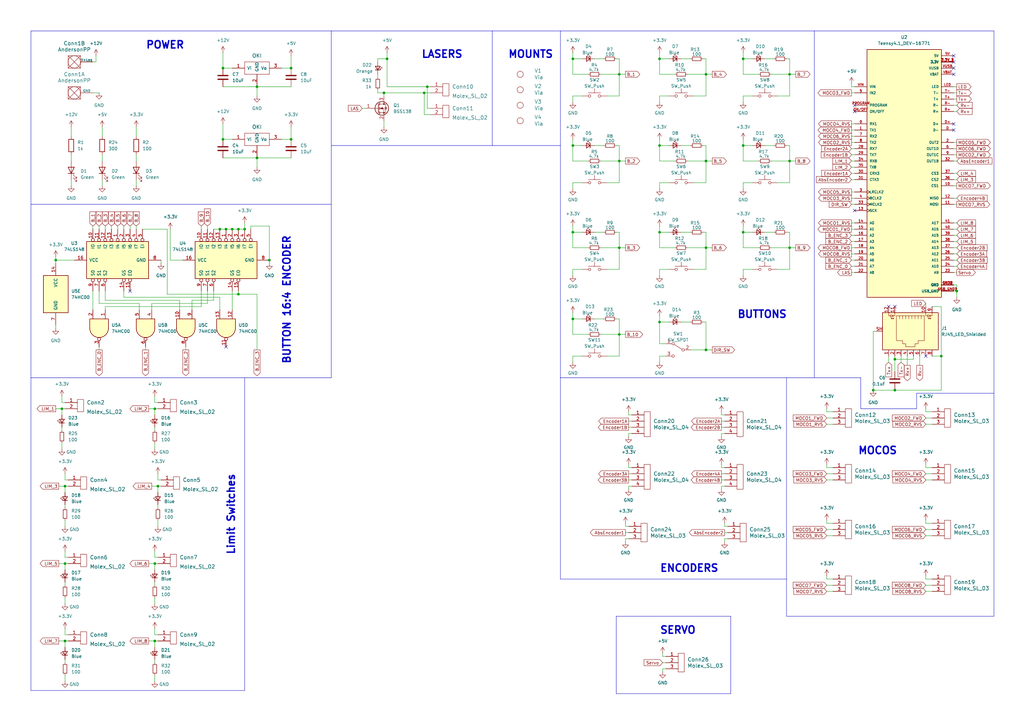
<source format=kicad_sch>
(kicad_sch (version 20230121) (generator eeschema)
  (paper "A3")
  (junction (at 97.79 93.98))
  (junction (at 25.4 167.64))
  (junction (at 63.5 262.89))
  (junction (at 254 101.6))
  (junction (at 110.49 106.68))
  (junction (at 304.8 59.69))
  (junction (at 270.51 24.13))
  (junction (at 289.56 101.6))
  (junction (at 95.25 93.98))
  (junction (at 392.43 119.38))
  (junction (at 234.95 130.81))
  (junction (at 254 137.16))
  (junction (at 26.67 262.89))
  (junction (at 175.26 35.56))
  (junction (at 173.99 38.1))
  (junction (at 100.33 93.98))
  (junction (at 26.67 231.14))
  (junction (at 304.8 95.25))
  (junction (at 64.77 199.39))
  (junction (at 22.86 106.68))
  (junction (at 91.44 27.94))
  (junction (at 323.85 66.04))
  (junction (at 119.38 27.94))
  (junction (at 63.5 167.64))
  (junction (at 157.48 38.1))
  (junction (at 91.44 57.15))
  (junction (at 158.75 24.13))
  (junction (at 63.5 231.14))
  (junction (at 323.85 101.6))
  (junction (at 270.51 59.69))
  (junction (at 289.56 66.04))
  (junction (at 289.56 143.51))
  (junction (at 26.67 199.39))
  (junction (at 254 30.48))
  (junction (at 386.08 146.05))
  (junction (at 358.14 160.02))
  (junction (at 367.03 160.02))
  (junction (at 234.95 95.25))
  (junction (at 105.41 64.77))
  (junction (at 105.41 35.56))
  (junction (at 304.8 24.13))
  (junction (at 234.95 24.13))
  (junction (at 92.71 93.98))
  (junction (at 323.85 30.48))
  (junction (at 270.51 95.25))
  (junction (at 254 66.04))
  (junction (at 234.95 59.69))
  (junction (at 270.51 132.08))
  (junction (at 367.03 147.32))
  (junction (at 90.17 93.98))
  (junction (at 289.56 30.48))
  (junction (at 97.79 120.65))
  (junction (at 119.38 57.15))
  (no_connect (at 350.52 45.72))
  (no_connect (at 391.16 50.8))
  (no_connect (at 391.16 30.48))
  (no_connect (at 391.16 25.4))
  (no_connect (at 92.71 142.24))
  (no_connect (at 391.16 53.34))
  (no_connect (at 53.34 119.38))
  (no_connect (at 367.03 125.73))
  (no_connect (at 364.49 125.73))
  (no_connect (at 350.52 86.36))
  (no_connect (at 379.73 146.05))
  (no_connect (at 391.16 27.94))
  (no_connect (at 391.16 22.86))
  (no_connect (at 350.52 43.18))
  (wire (pts (xy 234.95 74.93) (xy 238.76 74.93)))
  (wire (pts (xy 392.43 119.38) (xy 392.43 116.84)))
  (wire (pts (xy 297.18 199.39) (xy 295.91 199.39)))
  (wire (pts (xy 234.95 146.05) (xy 234.95 148.59)))
  (polyline (pts (xy 135.89 83.82) (xy 12.7 83.82)))
  (wire (pts (xy 40.64 92.71) (xy 40.64 93.98)))
  (wire (pts (xy 284.48 110.49) (xy 289.56 110.49)))
  (wire (pts (xy 55.88 92.71) (xy 55.88 93.98)))
  (polyline (pts (xy 229.87 154.94) (xy 334.01 154.94)))
  (wire (pts (xy 62.23 199.39) (xy 64.77 199.39)))
  (wire (pts (xy 341.63 191.77) (xy 339.09 191.77)))
  (wire (pts (xy 289.56 132.08) (xy 289.56 143.51)))
  (wire (pts (xy 29.21 66.04) (xy 29.21 63.5)))
  (wire (pts (xy 382.27 214.63) (xy 379.73 214.63)))
  (wire (pts (xy 323.85 30.48) (xy 323.85 39.37)))
  (wire (pts (xy 279.4 132.08) (xy 283.21 132.08)))
  (wire (pts (xy 339.09 217.17) (xy 341.63 217.17)))
  (wire (pts (xy 91.44 50.8) (xy 91.44 57.15)))
  (polyline (pts (xy 201.93 12.7) (xy 229.87 12.7)))
  (wire (pts (xy 248.92 110.49) (xy 254 110.49)))
  (wire (pts (xy 27.94 228.6) (xy 26.67 228.6)))
  (wire (pts (xy 297.18 215.9) (xy 297.18 214.63)))
  (wire (pts (xy 391.16 119.38) (xy 392.43 119.38)))
  (wire (pts (xy 259.08 175.26) (xy 257.81 175.26)))
  (polyline (pts (xy 334.01 12.7) (xy 334.01 119.38)))
  (wire (pts (xy 63.5 262.89) (xy 64.77 262.89)))
  (wire (pts (xy 25.4 181.61) (xy 25.4 184.15)))
  (wire (pts (xy 311.15 30.48) (xy 304.8 30.48)))
  (wire (pts (xy 24.13 231.14) (xy 26.67 231.14)))
  (wire (pts (xy 372.11 149.86) (xy 372.11 146.05)))
  (wire (pts (xy 95.25 93.98) (xy 97.79 93.98)))
  (wire (pts (xy 63.5 276.86) (xy 63.5 279.4)))
  (wire (pts (xy 316.23 101.6) (xy 323.85 101.6)))
  (wire (pts (xy 349.25 53.34) (xy 350.52 53.34)))
  (wire (pts (xy 74.93 106.68) (xy 69.85 106.68)))
  (wire (pts (xy 341.63 214.63) (xy 339.09 214.63)))
  (wire (pts (xy 349.25 106.68) (xy 350.52 106.68)))
  (wire (pts (xy 95.25 119.38) (xy 95.25 127)))
  (wire (pts (xy 59.69 143.51) (xy 59.69 142.24)))
  (wire (pts (xy 349.25 50.8) (xy 350.52 50.8)))
  (wire (pts (xy 349.25 38.1) (xy 350.52 38.1)))
  (wire (pts (xy 25.4 165.1) (xy 25.4 162.56)))
  (wire (pts (xy 289.56 66.04) (xy 292.1 66.04)))
  (wire (pts (xy 234.95 57.15) (xy 234.95 59.69)))
  (wire (pts (xy 256.54 215.9) (xy 257.81 215.9)))
  (wire (pts (xy 50.8 121.92) (xy 90.17 121.92)))
  (wire (pts (xy 273.05 146.05) (xy 270.51 146.05)))
  (wire (pts (xy 248.92 74.93) (xy 254 74.93)))
  (wire (pts (xy 254 137.16) (xy 256.54 137.16)))
  (wire (pts (xy 64.77 213.36) (xy 64.77 215.9)))
  (wire (pts (xy 289.56 101.6) (xy 289.56 110.49)))
  (wire (pts (xy 100.33 91.44) (xy 100.33 93.98)))
  (wire (pts (xy 175.26 35.56) (xy 158.75 35.56)))
  (wire (pts (xy 392.43 35.56) (xy 391.16 35.56)))
  (wire (pts (xy 323.85 66.04) (xy 326.39 66.04)))
  (wire (pts (xy 369.57 146.05) (xy 369.57 148.59)))
  (wire (pts (xy 158.75 24.13) (xy 154.94 24.13)))
  (wire (pts (xy 283.21 143.51) (xy 289.56 143.51)))
  (wire (pts (xy 392.43 111.76) (xy 391.16 111.76)))
  (wire (pts (xy 323.85 101.6) (xy 323.85 110.49)))
  (wire (pts (xy 91.44 21.59) (xy 91.44 27.94)))
  (wire (pts (xy 176.53 44.45) (xy 175.26 44.45)))
  (wire (pts (xy 157.48 38.1) (xy 173.99 38.1)))
  (wire (pts (xy 311.15 101.6) (xy 304.8 101.6)))
  (wire (pts (xy 270.51 74.93) (xy 274.32 74.93)))
  (polyline (pts (xy 229.87 119.38) (xy 229.87 59.69)))
  (wire (pts (xy 254 66.04) (xy 256.54 66.04)))
  (wire (pts (xy 63.5 162.56) (xy 63.5 165.1)))
  (wire (pts (xy 379.73 217.17) (xy 382.27 217.17)))
  (wire (pts (xy 367.03 147.32) (xy 367.03 146.05)))
  (wire (pts (xy 392.43 116.84) (xy 391.16 116.84)))
  (wire (pts (xy 40.64 124.46) (xy 57.15 124.46)))
  (wire (pts (xy 349.25 66.04) (xy 350.52 66.04)))
  (wire (pts (xy 339.09 194.31) (xy 341.63 194.31)))
  (wire (pts (xy 392.43 106.68) (xy 391.16 106.68)))
  (polyline (pts (xy 135.89 154.94) (xy 135.89 83.82)))
  (wire (pts (xy 392.43 83.82) (xy 391.16 83.82)))
  (wire (pts (xy 105.41 35.56) (xy 119.38 35.56)))
  (wire (pts (xy 392.43 73.66) (xy 391.16 73.66)))
  (wire (pts (xy 379.73 242.57) (xy 382.27 242.57)))
  (wire (pts (xy 298.45 218.44) (xy 297.18 218.44)))
  (wire (pts (xy 349.25 81.28) (xy 350.52 81.28)))
  (wire (pts (xy 234.95 110.49) (xy 234.95 113.03)))
  (wire (pts (xy 26.67 199.39) (xy 26.67 201.93)))
  (wire (pts (xy 323.85 101.6) (xy 326.39 101.6)))
  (wire (pts (xy 241.3 137.16) (xy 234.95 137.16)))
  (wire (pts (xy 63.5 238.76) (xy 63.5 240.03)))
  (wire (pts (xy 349.25 109.22) (xy 350.52 109.22)))
  (polyline (pts (xy 322.58 236.22) (xy 322.58 237.49)))
  (wire (pts (xy 318.77 110.49) (xy 323.85 110.49)))
  (wire (pts (xy 339.09 240.03) (xy 341.63 240.03)))
  (wire (pts (xy 304.8 74.93) (xy 308.61 74.93)))
  (polyline (pts (xy 201.93 12.7) (xy 201.93 59.69)))
  (wire (pts (xy 241.3 30.48) (xy 234.95 30.48)))
  (polyline (pts (xy 100.33 283.21) (xy 100.33 154.94)))
  (wire (pts (xy 271.78 267.97) (xy 271.78 269.24)))
  (wire (pts (xy 53.34 92.71) (xy 53.34 93.98)))
  (wire (pts (xy 276.86 66.04) (xy 270.51 66.04)))
  (wire (pts (xy 289.56 66.04) (xy 289.56 74.93)))
  (wire (pts (xy 243.84 59.69) (xy 247.65 59.69)))
  (wire (pts (xy 119.38 22.86) (xy 119.38 27.94)))
  (polyline (pts (xy 135.89 12.7) (xy 135.89 13.97)))
  (wire (pts (xy 295.91 191.77) (xy 295.91 190.5)))
  (wire (pts (xy 43.18 119.38) (xy 43.18 123.19)))
  (wire (pts (xy 349.25 63.5) (xy 350.52 63.5)))
  (wire (pts (xy 60.96 262.89) (xy 63.5 262.89)))
  (wire (pts (xy 26.67 245.11) (xy 26.67 247.65)))
  (polyline (pts (xy 229.87 12.7) (xy 334.01 12.7)))
  (wire (pts (xy 26.67 213.36) (xy 26.67 215.9)))
  (wire (pts (xy 87.63 119.38) (xy 87.63 123.19)))
  (wire (pts (xy 63.5 231.14) (xy 63.5 233.68)))
  (wire (pts (xy 304.8 57.15) (xy 304.8 59.69)))
  (wire (pts (xy 97.79 119.38) (xy 97.79 120.65)))
  (wire (pts (xy 392.43 101.6) (xy 391.16 101.6)))
  (wire (pts (xy 60.96 167.64) (xy 63.5 167.64)))
  (wire (pts (xy 392.43 81.28) (xy 391.16 81.28)))
  (wire (pts (xy 289.56 132.08) (xy 288.29 132.08)))
  (wire (pts (xy 323.85 59.69) (xy 322.58 59.69)))
  (wire (pts (xy 392.43 66.04) (xy 391.16 66.04)))
  (wire (pts (xy 256.54 215.9) (xy 256.54 214.63)))
  (wire (pts (xy 349.25 35.56) (xy 349.25 34.29)))
  (wire (pts (xy 90.17 121.92) (xy 90.17 127)))
  (polyline (pts (xy 299.72 252.73) (xy 299.72 284.48)))
  (wire (pts (xy 55.88 55.88) (xy 55.88 52.07)))
  (wire (pts (xy 26.67 270.51) (xy 26.67 271.78)))
  (wire (pts (xy 270.51 39.37) (xy 274.32 39.37)))
  (wire (pts (xy 91.44 57.15) (xy 95.25 57.15)))
  (wire (pts (xy 318.77 39.37) (xy 323.85 39.37)))
  (wire (pts (xy 157.48 38.1) (xy 157.48 39.37)))
  (wire (pts (xy 91.44 35.56) (xy 105.41 35.56)))
  (wire (pts (xy 97.79 120.65) (xy 105.41 120.65)))
  (wire (pts (xy 304.8 110.49) (xy 308.61 110.49)))
  (wire (pts (xy 270.51 24.13) (xy 270.51 30.48)))
  (wire (pts (xy 63.5 167.64) (xy 63.5 170.18)))
  (wire (pts (xy 349.25 91.44) (xy 350.52 91.44)))
  (wire (pts (xy 270.51 132.08) (xy 270.51 140.97)))
  (wire (pts (xy 289.56 143.51) (xy 292.1 143.51)))
  (wire (pts (xy 392.43 96.52) (xy 391.16 96.52)))
  (wire (pts (xy 289.56 24.13) (xy 289.56 30.48)))
  (wire (pts (xy 110.49 107.95) (xy 110.49 106.68)))
  (wire (pts (xy 154.94 36.83) (xy 154.94 38.1)))
  (polyline (pts (xy 229.87 237.49) (xy 322.58 237.49)))
  (wire (pts (xy 379.73 191.77) (xy 379.73 190.5)))
  (wire (pts (xy 270.51 92.71) (xy 270.51 95.25)))
  (wire (pts (xy 91.44 64.77) (xy 105.41 64.77)))
  (wire (pts (xy 173.99 46.99) (xy 173.99 38.1)))
  (wire (pts (xy 254 66.04) (xy 254 74.93)))
  (polyline (pts (xy 12.7 83.82) (xy 12.7 154.94)))
  (wire (pts (xy 323.85 66.04) (xy 323.85 74.93)))
  (polyline (pts (xy 12.7 12.7) (xy 135.89 12.7)))
  (wire (pts (xy 304.8 24.13) (xy 308.61 24.13)))
  (wire (pts (xy 297.18 175.26) (xy 295.91 175.26)))
  (wire (pts (xy 26.67 196.85) (xy 27.94 196.85)))
  (wire (pts (xy 254 95.25) (xy 252.73 95.25)))
  (wire (pts (xy 176.53 35.56) (xy 175.26 35.56)))
  (wire (pts (xy 76.2 143.51) (xy 76.2 142.24)))
  (wire (pts (xy 392.43 43.18) (xy 391.16 43.18)))
  (wire (pts (xy 157.48 49.53) (xy 157.48 52.07)))
  (wire (pts (xy 87.63 93.98) (xy 90.17 93.98)))
  (wire (pts (xy 102.87 93.98) (xy 102.87 92.71)))
  (polyline (pts (xy 407.67 12.7) (xy 334.01 12.7)))
  (wire (pts (xy 279.4 59.69) (xy 283.21 59.69)))
  (wire (pts (xy 349.25 104.14) (xy 350.52 104.14)))
  (wire (pts (xy 234.95 39.37) (xy 238.76 39.37)))
  (wire (pts (xy 234.95 24.13) (xy 234.95 30.48)))
  (polyline (pts (xy 12.7 83.82) (xy 12.7 12.7)))
  (wire (pts (xy 62.23 124.46) (xy 62.23 127)))
  (wire (pts (xy 382.27 146.05) (xy 386.08 146.05)))
  (wire (pts (xy 392.43 99.06) (xy 391.16 99.06)))
  (wire (pts (xy 349.25 55.88) (xy 350.52 55.88)))
  (polyline (pts (xy 201.93 59.69) (xy 135.89 59.69)))
  (wire (pts (xy 392.43 60.96) (xy 391.16 60.96)))
  (wire (pts (xy 66.04 106.68) (xy 66.04 107.95)))
  (wire (pts (xy 313.69 59.69) (xy 317.5 59.69)))
  (wire (pts (xy 41.91 55.88) (xy 41.91 52.07)))
  (wire (pts (xy 256.54 220.98) (xy 256.54 222.25)))
  (wire (pts (xy 386.08 146.05) (xy 386.08 160.02)))
  (polyline (pts (xy 135.89 13.97) (xy 135.89 83.82)))
  (wire (pts (xy 50.8 119.38) (xy 50.8 121.92)))
  (wire (pts (xy 257.81 170.18) (xy 257.81 168.91)))
  (wire (pts (xy 359.41 135.89) (xy 358.14 135.89)))
  (wire (pts (xy 254 130.81) (xy 252.73 130.81)))
  (wire (pts (xy 24.13 262.89) (xy 26.67 262.89)))
  (wire (pts (xy 63.5 175.26) (xy 63.5 176.53)))
  (wire (pts (xy 341.63 168.91) (xy 339.09 168.91)))
  (wire (pts (xy 304.8 95.25) (xy 304.8 101.6)))
  (wire (pts (xy 289.56 95.25) (xy 288.29 95.25)))
  (wire (pts (xy 297.18 172.72) (xy 295.91 172.72)))
  (wire (pts (xy 379.73 168.91) (xy 379.73 167.64)))
  (wire (pts (xy 270.51 146.05) (xy 270.51 148.59)))
  (wire (pts (xy 323.85 95.25) (xy 322.58 95.25)))
  (wire (pts (xy 259.08 172.72) (xy 257.81 172.72)))
  (wire (pts (xy 270.51 21.59) (xy 270.51 24.13)))
  (wire (pts (xy 26.67 228.6) (xy 26.67 226.06)))
  (wire (pts (xy 304.8 74.93) (xy 304.8 77.47)))
  (wire (pts (xy 39.37 25.4) (xy 38.1 25.4)))
  (polyline (pts (xy 229.87 59.69) (xy 201.93 59.69)))
  (wire (pts (xy 105.41 64.77) (xy 119.38 64.77)))
  (wire (pts (xy 234.95 39.37) (xy 234.95 41.91)))
  (wire (pts (xy 284.48 39.37) (xy 289.56 39.37)))
  (wire (pts (xy 154.94 30.48) (xy 154.94 31.75)))
  (wire (pts (xy 259.08 177.8) (xy 257.81 177.8)))
  (wire (pts (xy 234.95 59.69) (xy 234.95 66.04)))
  (wire (pts (xy 392.43 58.42) (xy 391.16 58.42)))
  (wire (pts (xy 259.08 199.39) (xy 257.81 199.39)))
  (wire (pts (xy 270.51 59.69) (xy 274.32 59.69)))
  (wire (pts (xy 85.09 119.38) (xy 85.09 124.46)))
  (wire (pts (xy 97.79 120.65) (xy 68.58 120.65)))
  (wire (pts (xy 367.03 152.4) (xy 367.03 147.32)))
  (wire (pts (xy 270.51 24.13) (xy 274.32 24.13)))
  (wire (pts (xy 154.94 24.13) (xy 154.94 25.4)))
  (wire (pts (xy 43.18 92.71) (xy 43.18 93.98)))
  (wire (pts (xy 234.95 110.49) (xy 238.76 110.49)))
  (wire (pts (xy 234.95 130.81) (xy 234.95 137.16)))
  (wire (pts (xy 63.5 181.61) (xy 63.5 184.15)))
  (wire (pts (xy 29.21 76.2) (xy 29.21 73.66)))
  (polyline (pts (xy 12.7 283.21) (xy 100.33 283.21)))
  (wire (pts (xy 243.84 130.81) (xy 247.65 130.81)))
  (wire (pts (xy 392.43 76.2) (xy 391.16 76.2)))
  (wire (pts (xy 311.15 66.04) (xy 304.8 66.04)))
  (wire (pts (xy 41.91 76.2) (xy 41.91 73.66)))
  (wire (pts (xy 63.5 228.6) (xy 63.5 226.06)))
  (wire (pts (xy 63.5 231.14) (xy 64.77 231.14)))
  (wire (pts (xy 358.14 160.02) (xy 367.03 160.02)))
  (wire (pts (xy 259.08 194.31) (xy 257.81 194.31)))
  (wire (pts (xy 350.52 35.56) (xy 349.25 35.56)))
  (wire (pts (xy 289.56 59.69) (xy 289.56 66.04)))
  (wire (pts (xy 349.25 73.66) (xy 350.52 73.66)))
  (polyline (pts (xy 322.58 236.22) (xy 322.58 154.94)))
  (wire (pts (xy 234.95 21.59) (xy 234.95 24.13)))
  (wire (pts (xy 349.25 68.58) (xy 350.52 68.58)))
  (wire (pts (xy 248.92 146.05) (xy 254 146.05)))
  (wire (pts (xy 105.41 68.58) (xy 105.41 64.77)))
  (wire (pts (xy 281.94 30.48) (xy 289.56 30.48)))
  (wire (pts (xy 392.43 121.92) (xy 392.43 119.38)))
  (wire (pts (xy 316.23 30.48) (xy 323.85 30.48)))
  (wire (pts (xy 234.95 92.71) (xy 234.95 95.25)))
  (wire (pts (xy 234.95 59.69) (xy 238.76 59.69)))
  (wire (pts (xy 349.25 71.12) (xy 350.52 71.12)))
  (wire (pts (xy 248.92 39.37) (xy 254 39.37)))
  (wire (pts (xy 289.56 30.48) (xy 289.56 39.37)))
  (wire (pts (xy 392.43 91.44) (xy 391.16 91.44)))
  (wire (pts (xy 270.51 95.25) (xy 274.32 95.25)))
  (wire (pts (xy 374.65 146.05) (xy 374.65 147.32)))
  (wire (pts (xy 295.91 191.77) (xy 297.18 191.77)))
  (wire (pts (xy 304.8 59.69) (xy 304.8 66.04)))
  (wire (pts (xy 92.71 93.98) (xy 95.25 93.98)))
  (wire (pts (xy 273.05 140.97) (xy 270.51 140.97)))
  (wire (pts (xy 26.67 260.35) (xy 26.67 257.81)))
  (wire (pts (xy 254 137.16) (xy 254 146.05)))
  (wire (pts (xy 45.72 92.71) (xy 45.72 93.98)))
  (wire (pts (xy 82.55 92.71) (xy 82.55 93.98)))
  (wire (pts (xy 64.77 196.85) (xy 66.04 196.85)))
  (wire (pts (xy 234.95 95.25) (xy 234.95 101.6)))
  (polyline (pts (xy 375.92 167.64) (xy 375.92 161.29)))
  (wire (pts (xy 313.69 95.25) (xy 317.5 95.25)))
  (wire (pts (xy 254 59.69) (xy 252.73 59.69)))
  (wire (pts (xy 22.86 106.68) (xy 30.48 106.68)))
  (wire (pts (xy 289.56 59.69) (xy 288.29 59.69)))
  (wire (pts (xy 55.88 76.2) (xy 55.88 73.66)))
  (polyline (pts (xy 299.72 252.73) (xy 252.73 252.73)))
  (wire (pts (xy 297.18 194.31) (xy 295.91 194.31)))
  (wire (pts (xy 339.09 242.57) (xy 341.63 242.57)))
  (wire (pts (xy 68.58 93.98) (xy 58.42 93.98)))
  (wire (pts (xy 379.73 171.45) (xy 382.27 171.45)))
  (wire (pts (xy 304.8 110.49) (xy 304.8 113.03)))
  (wire (pts (xy 64.77 199.39) (xy 64.77 201.93)))
  (wire (pts (xy 246.38 66.04) (xy 254 66.04)))
  (wire (pts (xy 281.94 101.6) (xy 289.56 101.6)))
  (wire (pts (xy 26.67 207.01) (xy 26.67 208.28)))
  (wire (pts (xy 392.43 45.72) (xy 391.16 45.72)))
  (wire (pts (xy 349.25 93.98) (xy 350.52 93.98)))
  (wire (pts (xy 234.95 74.93) (xy 234.95 77.47)))
  (wire (pts (xy 176.53 46.99) (xy 173.99 46.99)))
  (wire (pts (xy 392.43 71.12) (xy 391.16 71.12)))
  (wire (pts (xy 246.38 137.16) (xy 254 137.16)))
  (wire (pts (xy 379.73 194.31) (xy 382.27 194.31)))
  (wire (pts (xy 259.08 170.18) (xy 257.81 170.18)))
  (wire (pts (xy 382.27 125.73) (xy 386.08 125.73)))
  (wire (pts (xy 297.18 220.98) (xy 297.18 222.25)))
  (wire (pts (xy 27.94 260.35) (xy 26.67 260.35)))
  (wire (pts (xy 304.8 59.69) (xy 308.61 59.69)))
  (wire (pts (xy 68.58 120.65) (xy 68.58 93.98)))
  (wire (pts (xy 392.43 109.22) (xy 391.16 109.22)))
  (wire (pts (xy 82.55 119.38) (xy 82.55 125.73)))
  (wire (pts (xy 254 30.48) (xy 256.54 30.48)))
  (wire (pts (xy 289.56 95.25) (xy 289.56 101.6)))
  (wire (pts (xy 392.43 104.14) (xy 391.16 104.14)))
  (polyline (pts (xy 353.06 154.94) (xy 353.06 167.64)))
  (wire (pts (xy 295.91 170.18) (xy 297.18 170.18)))
  (wire (pts (xy 273.05 274.32) (xy 271.78 274.32)))
  (wire (pts (xy 234.95 130.81) (xy 238.76 130.81)))
  (wire (pts (xy 257.81 220.98) (xy 256.54 220.98)))
  (wire (pts (xy 271.78 269.24) (xy 273.05 269.24)))
  (wire (pts (xy 26.67 196.85) (xy 26.67 194.31)))
  (wire (pts (xy 40.64 143.51) (xy 40.64 142.24)))
  (polyline (pts (xy 229.87 12.7) (xy 229.87 59.69)))
  (wire (pts (xy 339.09 171.45) (xy 341.63 171.45)))
  (wire (pts (xy 295.91 177.8) (xy 295.91 179.07)))
  (wire (pts (xy 154.94 38.1) (xy 157.48 38.1)))
  (wire (pts (xy 379.73 237.49) (xy 379.73 236.22)))
  (wire (pts (xy 358.14 135.89) (xy 358.14 160.02)))
  (wire (pts (xy 304.8 95.25) (xy 308.61 95.25)))
  (wire (pts (xy 257.81 177.8) (xy 257.81 179.07)))
  (wire (pts (xy 29.21 52.07) (xy 29.21 55.88)))
  (wire (pts (xy 82.55 125.73) (xy 43.18 125.73)))
  (wire (pts (xy 26.67 262.89) (xy 26.67 265.43)))
  (wire (pts (xy 246.38 30.48) (xy 254 30.48)))
  (wire (pts (xy 323.85 24.13) (xy 322.58 24.13)))
  (wire (pts (xy 119.38 57.15) (xy 115.57 57.15)))
  (wire (pts (xy 364.49 148.59) (xy 364.49 146.05)))
  (wire (pts (xy 26.67 238.76) (xy 26.67 240.03)))
  (wire (pts (xy 295.91 199.39) (xy 295.91 200.66)))
  (wire (pts (xy 173.99 38.1) (xy 176.53 38.1)))
  (wire (pts (xy 313.69 24.13) (xy 317.5 24.13)))
  (wire (pts (xy 270.51 57.15) (xy 270.51 59.69)))
  (wire (pts (xy 64.77 167.64) (xy 63.5 167.64)))
  (wire (pts (xy 323.85 95.25) (xy 323.85 101.6)))
  (wire (pts (xy 25.4 167.64) (xy 25.4 170.18)))
  (wire (pts (xy 87.63 123.19) (xy 78.74 123.19)))
  (wire (pts (xy 379.73 219.71) (xy 382.27 219.71)))
  (wire (pts (xy 22.86 106.68) (xy 22.86 107.95)))
  (wire (pts (xy 25.4 175.26) (xy 25.4 176.53)))
  (wire (pts (xy 43.18 123.19) (xy 73.66 123.19)))
  (wire (pts (xy 78.74 123.19) (xy 78.74 127)))
  (wire (pts (xy 339.09 168.91) (xy 339.09 167.64)))
  (wire (pts (xy 234.95 24.13) (xy 238.76 24.13)))
  (polyline (pts (xy 12.7 154.94) (xy 12.7 283.21)))
  (wire (pts (xy 297.18 196.85) (xy 295.91 196.85)))
  (wire (pts (xy 297.18 215.9) (xy 298.45 215.9)))
  (wire (pts (xy 392.43 63.5) (xy 391.16 63.5)))
  (wire (pts (xy 91.44 27.94) (xy 95.25 27.94)))
  (wire (pts (xy 379.73 196.85) (xy 382.27 196.85)))
  (wire (pts (xy 279.4 95.25) (xy 283.21 95.25)))
  (wire (pts (xy 234.95 128.27) (xy 234.95 130.81)))
  (wire (pts (xy 318.77 74.93) (xy 323.85 74.93)))
  (wire (pts (xy 27.94 231.14) (xy 26.67 231.14)))
  (wire (pts (xy 64.77 207.01) (xy 64.77 208.28)))
  (wire (pts (xy 63.5 270.51) (xy 63.5 271.78)))
  (polyline (pts (xy 322.58 252.73) (xy 407.67 252.73)))
  (wire (pts (xy 304.8 24.13) (xy 304.8 30.48)))
  (wire (pts (xy 27.94 199.39) (xy 26.67 199.39)))
  (wire (pts (xy 279.4 24.13) (xy 283.21 24.13)))
  (wire (pts (xy 254 24.13) (xy 252.73 24.13)))
  (wire (pts (xy 102.87 92.71) (xy 110.49 92.71)))
  (wire (pts (xy 284.48 74.93) (xy 289.56 74.93)))
  (wire (pts (xy 379.73 173.99) (xy 382.27 173.99)))
  (wire (pts (xy 341.63 237.49) (xy 339.09 237.49)))
  (wire (pts (xy 349.25 60.96) (xy 350.52 60.96)))
  (wire (pts (xy 349.25 101.6) (xy 350.52 101.6)))
  (wire (pts (xy 63.5 245.11) (xy 63.5 247.65)))
  (wire (pts (xy 323.85 59.69) (xy 323.85 66.04)))
  (wire (pts (xy 63.5 260.35) (xy 63.5 257.81)))
  (polyline (pts (xy 229.87 166.37) (xy 229.87 237.49)))
  (wire (pts (xy 379.73 124.46) (xy 379.73 125.73)))
  (wire (pts (xy 295.91 170.18) (xy 295.91 168.91)))
  (wire (pts (xy 22.86 105.41) (xy 22.86 106.68)))
  (wire (pts (xy 110.49 92.71) (xy 110.49 106.68)))
  (polyline (pts (xy 229.87 154.94) (xy 229.87 166.37)))
  (wire (pts (xy 392.43 38.1) (xy 391.16 38.1)))
  (polyline (pts (xy 252.73 284.48) (xy 299.72 284.48)))
  (polyline (pts (xy 229.87 119.38) (xy 229.87 154.94)))
  (wire (pts (xy 254 95.25) (xy 254 101.6)))
  (polyline (pts (xy 353.06 167.64) (xy 375.92 167.64)))
  (wire (pts (xy 234.95 146.05) (xy 238.76 146.05)))
  (wire (pts (xy 323.85 24.13) (xy 323.85 30.48)))
  (wire (pts (xy 64.77 260.35) (xy 63.5 260.35)))
  (wire (pts (xy 73.66 123.19) (xy 73.66 127)))
  (wire (pts (xy 382.27 168.91) (xy 379.73 168.91)))
  (wire (pts (xy 24.13 199.39) (xy 26.67 199.39)))
  (wire (pts (xy 257.81 191.77) (xy 259.08 191.77)))
  (wire (pts (xy 379.73 214.63) (xy 379.73 213.36)))
  (wire (pts (xy 241.3 101.6) (xy 234.95 101.6)))
  (wire (pts (xy 270.51 110.49) (xy 274.32 110.49)))
  (polyline (pts (xy 12.7 154.94) (xy 135.89 154.94)))
  (wire (pts (xy 41.91 66.04) (xy 41.91 63.5)))
  (wire (pts (xy 270.51 129.54) (xy 270.51 132.08)))
  (wire (pts (xy 85.09 124.46) (xy 62.23 124.46)))
  (wire (pts (xy 339.09 191.77) (xy 339.09 190.5)))
  (wire (pts (xy 339.09 173.99) (xy 341.63 173.99)))
  (wire (pts (xy 276.86 30.48) (xy 270.51 30.48)))
  (wire (pts (xy 289.56 101.6) (xy 292.1 101.6)))
  (wire (pts (xy 148.59 44.45) (xy 149.86 44.45)))
  (wire (pts (xy 259.08 196.85) (xy 257.81 196.85)))
  (wire (pts (xy 257.81 199.39) (xy 257.81 200.66)))
  (wire (pts (xy 105.41 120.65) (xy 105.41 143.51)))
  (polyline (pts (xy 334.01 154.94) (xy 353.06 154.94)))
  (wire (pts (xy 90.17 93.98) (xy 92.71 93.98)))
  (wire (pts (xy 22.86 134.62) (xy 22.86 133.35)))
  (polyline (pts (xy 135.89 12.7) (xy 201.93 12.7)))
  (polyline (pts (xy 334.01 154.94) (xy 334.01 119.38)))
  (wire (pts (xy 349.25 99.06) (xy 350.52 99.06)))
  (wire (pts (xy 38.1 92.71) (xy 38.1 93.98)))
  (wire (pts (xy 43.18 125.73) (xy 43.18 127)))
  (wire (pts (xy 367.03 160.02) (xy 386.08 160.02)))
  (wire (pts (xy 38.1 119.38) (xy 38.1 127)))
  (wire (pts (xy 304.8 92.71) (xy 304.8 95.25)))
  (wire (pts (xy 276.86 101.6) (xy 270.51 101.6)))
  (wire (pts (xy 316.23 66.04) (xy 323.85 66.04)))
  (wire (pts (xy 26.67 231.14) (xy 26.67 233.68)))
  (wire (pts (xy 57.15 124.46) (xy 57.15 127)))
  (wire (pts (xy 382.27 191.77) (xy 379.73 191.77)))
  (wire (pts (xy 63.5 262.89) (xy 63.5 265.43)))
  (wire (pts (xy 377.19 149.86) (xy 377.19 146.05)))
  (wire (pts (xy 257.81 191.77) (xy 257.81 190.5)))
  (wire (pts (xy 85.09 92.71) (xy 85.09 93.98)))
  (wire (pts (xy 119.38 27.94) (xy 115.57 27.94)))
  (wire (pts (xy 64.77 196.85) (xy 64.77 194.31)))
  (wire (pts (xy 271.78 271.78) (xy 273.05 271.78)))
  (wire (pts (xy 257.81 218.44) (xy 256.54 218.44)))
  (wire (pts (xy 243.84 24.13) (xy 247.65 24.13)))
  (wire (pts (xy 50.8 92.71) (xy 50.8 93.98)))
  (wire (pts (xy 25.4 167.64) (xy 26.67 167.64)))
  (wire (pts (xy 105.41 39.37) (xy 105.41 35.56)))
  (wire (pts (xy 246.38 101.6) (xy 254 101.6)))
  (wire (pts (xy 367.03 147.32) (xy 374.65 147.32)))
  (wire (pts (xy 349.25 78.74) (xy 350.52 78.74)))
  (wire (pts (xy 339.09 219.71) (xy 341.63 219.71)))
  (polyline (pts (xy 252.73 252.73) (xy 252.73 284.48)))
  (wire (pts (xy 270.51 110.49) (xy 270.51 113.03)))
  (wire (pts (xy 298.45 220.98) (xy 297.18 220.98)))
  (wire (pts (xy 323.85 30.48) (xy 326.39 30.48)))
  (wire (pts (xy 158.75 35.56) (xy 158.75 24.13)))
  (wire (pts (xy 40.64 119.38) (xy 40.64 124.46)))
  (wire (pts (xy 349.25 83.82) (xy 350.52 83.82)))
  (wire (pts (xy 270.51 59.69) (xy 270.51 66.04)))
  (wire (pts (xy 175.26 35.56) (xy 175.26 44.45)))
  (wire (pts (xy 349.25 96.52) (xy 350.52 96.52)))
  (wire (pts (xy 270.51 132.08) (xy 274.32 132.08)))
  (wire (pts (xy 270.51 95.25) (xy 270.51 101.6)))
  (wire (pts (xy 281.94 66.04) (xy 289.56 66.04)))
  (wire (pts (xy 339.09 196.85) (xy 341.63 196.85)))
  (polyline (pts (xy 407.67 252.73) (xy 407.67 12.7)))
  (wire (pts (xy 97.79 93.98) (xy 100.33 93.98)))
  (wire (pts (xy 254 101.6) (xy 256.54 101.6)))
  (wire (pts (xy 392.43 93.98) (xy 391.16 93.98)))
  (wire (pts (xy 254 24.13) (xy 254 30.48)))
  (wire (pts (xy 26.67 165.1) (xy 25.4 165.1)))
  (wire (pts (xy 55.88 66.04) (xy 55.88 63.5)))
  (wire (pts (xy 40.64 38.1) (xy 38.1 38.1)))
  (wire (pts (xy 254 30.48) (xy 254 39.37)))
  (wire (pts (xy 48.26 92.71) (xy 48.26 93.98)))
  (wire (pts (xy 26.67 276.86) (xy 26.67 279.4)))
  (wire (pts (xy 63.5 165.1) (xy 64.77 165.1)))
  (polyline (pts (xy 322.58 237.49) (xy 322.58 252.73)))
  (wire (pts (xy 158.75 21.59) (xy 158.75 24.13)))
  (wire (pts (xy 392.43 40.64) (xy 391.16 40.64)))
  (wire (pts (xy 382.27 237.49) (xy 379.73 237.49)))
  (wire (pts (xy 243.84 95.25) (xy 247.65 95.25)))
  (wire (pts (xy 270.51 74.93) (xy 270.51 77.47)))
  (wire (pts (xy 349.25 58.42) (xy 350.52 58.42)))
  (wire (pts (xy 304.8 39.37) (xy 308.61 39.37)))
  (wire (pts (xy 289.56 24.13) (xy 288.29 24.13)))
  (wire (pts (xy 254 101.6) (xy 254 110.49)))
  (wire (pts (xy 304.8 21.59) (xy 304.8 24.13)))
  (wire (pts (xy 60.96 231.14) (xy 63.5 231.14)))
  (polyline (pts (xy 375.92 161.29) (xy 407.67 161.29)))
  (wire (pts (xy 339.09 237.49) (xy 339.09 236.22)))
  (wire (pts (xy 234.95 95.25) (xy 238.76 95.25)))
  (wire (pts (xy 254 59.69) (xy 254 66.04)))
  (wire (pts (xy 39.37 22.86) (xy 39.37 25.4)))
  (wire (pts (xy 304.8 39.37) (xy 304.8 41.91)))
  (wire (pts (xy 22.86 167.64) (xy 25.4 167.64)))
  (wire (pts (xy 241.3 66.04) (xy 234.95 66.04)))
  (wire (pts (xy 254 130.81) (xy 254 137.16)))
  (wire (pts (xy 297.18 177.8) (xy 295.91 177.8)))
  (wire (pts (xy 289.56 30.48) (xy 292.1 30.48)))
  (wire (pts (xy 26.67 262.89) (xy 27.94 262.89)))
  (wire (pts (xy 69.85 106.68) (xy 69.85 93.98)))
  (wire (pts (xy 379.73 240.03) (xy 382.27 240.03)))
  (wire (pts (xy 339.09 214.63) (xy 339.09 213.36)))
  (wire (pts (xy 271.78 274.32) (xy 271.78 275.59)))
  (wire (pts (xy 270.51 39.37) (xy 270.51 41.91)))
  (wire (pts (xy 349.25 111.76) (xy 350.52 111.76)))
  (wire (pts (xy 66.04 199.39) (xy 64.77 199.39)))
  (wire (pts (xy 386.08 125.73) (xy 386.08 146.05)))
  (wire (pts (xy 64.77 228.6) (xy 63.5 228.6)))
  (wire (pts (xy 119.38 52.07) (xy 119.38 57.15)))
  (text "MOCOS" (at 351.79 186.69 0) (effects (font (size 3 3) bold) (justify left bottom)))
  (text "POWER" (at 59.69 20.32 0) (effects (font (size 3 3) bold) (justify left bottom)))
  (text "LASERS" (at 172.72 24.13 0) (effects (font (size 3 3) bold) (justify left bottom)))
  (text "SERVO" (at 270.51 260.35 0) (effects (font (size 3 3) bold) (justify left bottom)))
  (text "Limit Switches" (at 96.52 194.31 90) (effects (font (size 3 3) bold) (justify right bottom)))
  (text "ENCODERS" (at 270.51 234.95 0) (effects (font (size 3 3) bold) (justify left bottom)))
  (text "BUTTONS" (at 302.26 130.81 0) (effects (font (size 3 3) bold) (justify left bottom)))
  (text "BUTTON 16:4 ENCODER" (at 119.38 96.52 90) (effects (font (size 3 3) bold) (justify right bottom)))
  (text "MOUNTS" (at 208.28 24.13 0) (effects (font (size 3 3) bold) (justify left bottom)))
  (global_label "Encoder4A" (shape input) (at 392.43 109.22 0) (property "Intersheetrefs" "${INTERSHEET_REFS}" (effects hide)))
  (global_label "MOCO1_FWD" (shape output) (at 349.25 93.98 180) (property "Intersheetrefs" "${INTERSHEET_REFS}" (effects hide)))
  (global_label "B_ENC_3" (shape output) (at 105.41 143.51 270) (property "Intersheetrefs" "${INTERSHEET_REFS}" (effects hide)))
  (global_label "MOCO4_FWD" (shape input) (at 379.73 194.31 180) (property "Intersheetrefs" "${INTERSHEET_REFS}" (effects hide)))
  (global_label "LAS" (shape output) (at 349.25 111.76 180) (property "Intersheetrefs" "${INTERSHEET_REFS}" (effects hide)))
  (global_label "MOCO3_FWD" (shape input) (at 339.09 194.31 180) (property "Intersheetrefs" "${INTERSHEET_REFS}" (effects hide)))
  (global_label "Tx+" (shape output) (at 392.43 40.64 0) (property "Intersheetrefs" "${INTERSHEET_REFS}" (effects hide)))
  (global_label "LIM_1" (shape input) (at 349.25 66.04 180) (property "Intersheetrefs" "${INTERSHEET_REFS}" (effects hide)))
  (global_label "Tx-" (shape input) (at 369.57 148.59 270) (property "Intersheetrefs" "${INTERSHEET_REFS}" (effects hide)))
  (global_label "AbsEncoder1" (shape output) (at 256.54 218.44 180) (property "Intersheetrefs" "${INTERSHEET_REFS}" (effects hide)))
  (global_label "B_6" (shape output) (at 292.1 101.6 0) (property "Intersheetrefs" "${INTERSHEET_REFS}" (effects hide)))
  (global_label "Encoder2A" (shape input) (at 349.25 60.96 180) (property "Intersheetrefs" "${INTERSHEET_REFS}" (effects hide)))
  (global_label "B_6" (shape input) (at 50.8 92.71 90) (property "Intersheetrefs" "${INTERSHEET_REFS}" (effects hide)))
  (global_label "LIM_1" (shape output) (at 22.86 167.64 180) (property "Intersheetrefs" "${INTERSHEET_REFS}" (effects hide)))
  (global_label "MOCO3_RVS" (shape output) (at 349.25 81.28 180) (property "Intersheetrefs" "${INTERSHEET_REFS}" (effects hide)))
  (global_label "MOCO8_RVS" (shape output) (at 349.25 104.14 180) (property "Intersheetrefs" "${INTERSHEET_REFS}" (effects hide)))
  (global_label "LIM_4" (shape input) (at 392.43 71.12 0) (property "Intersheetrefs" "${INTERSHEET_REFS}" (effects hide)))
  (global_label "Encoder1B" (shape input) (at 349.25 63.5 180) (property "Intersheetrefs" "${INTERSHEET_REFS}" (effects hide)))
  (global_label "DIR_SW" (shape output) (at 292.1 143.51 0) (property "Intersheetrefs" "${INTERSHEET_REFS}" (effects hide)))
  (global_label "Encoder2A" (shape output) (at 295.91 172.72 180) (property "Intersheetrefs" "${INTERSHEET_REFS}" (effects hide)))
  (global_label "B_8" (shape output) (at 326.39 66.04 0) (property "Intersheetrefs" "${INTERSHEET_REFS}" (effects hide)))
  (global_label "MOCO7_RVS" (shape input) (at 339.09 242.57 180) (property "Intersheetrefs" "${INTERSHEET_REFS}" (effects hide)))
  (global_label "LIM_2" (shape output) (at 60.96 167.64 180) (property "Intersheetrefs" "${INTERSHEET_REFS}" (effects hide)))
  (global_label "LIM_7" (shape input) (at 392.43 93.98 0) (property "Intersheetrefs" "${INTERSHEET_REFS}" (effects hide)))
  (global_label "Encoder1B" (shape output) (at 257.81 175.26 180) (property "Intersheetrefs" "${INTERSHEET_REFS}" (effects hide)))
  (global_label "MOCO5_RVS" (shape input) (at 339.09 219.71 180) (property "Intersheetrefs" "${INTERSHEET_REFS}" (effects hide)))
  (global_label "B_2" (shape output) (at 256.54 66.04 0) (property "Intersheetrefs" "${INTERSHEET_REFS}" (effects hide)))
  (global_label "B_1" (shape input) (at 38.1 92.71 90) (property "Intersheetrefs" "${INTERSHEET_REFS}" (effects hide)))
  (global_label "Rx-" (shape output) (at 377.19 149.86 270) (property "Intersheetrefs" "${INTERSHEET_REFS}" (effects hide)))
  (global_label "DIR_SW" (shape input) (at 349.25 83.82 180) (property "Intersheetrefs" "${INTERSHEET_REFS}" (effects hide)))
  (global_label "MOCO1_RVS" (shape output) (at 349.25 91.44 180) (property "Intersheetrefs" "${INTERSHEET_REFS}" (effects hide)))
  (global_label "MOCO6_FWD" (shape output) (at 392.43 60.96 0) (property "Intersheetrefs" "${INTERSHEET_REFS}" (effects hide)))
  (global_label "LIM_2" (shape input) (at 349.25 68.58 180) (property "Intersheetrefs" "${INTERSHEET_REFS}" (effects hide)))
  (global_label "Encoder1A" (shape output) (at 257.81 172.72 180) (property "Intersheetrefs" "${INTERSHEET_REFS}" (effects hide)))
  (global_label "LED" (shape output) (at 392.43 35.56 0) (property "Intersheetrefs" "${INTERSHEET_REFS}" (effects hide)))
  (global_label "MOCO6_FWD" (shape input) (at 379.73 217.17 180) (property "Intersheetrefs" "${INTERSHEET_REFS}" (effects hide)))
  (global_label "B_8" (shape input) (at 55.88 92.71 90) (property "Intersheetrefs" "${INTERSHEET_REFS}" (effects hide)))
  (global_label "Encoder4B" (shape output) (at 295.91 196.85 180) (property "Intersheetrefs" "${INTERSHEET_REFS}" (effects hide)))
  (global_label "MOCO5_RVS" (shape output) (at 349.25 78.74 180) (property "Intersheetrefs" "${INTERSHEET_REFS}" (effects hide)))
  (global_label "B_9" (shape input) (at 82.55 92.71 90) (property "Intersheetrefs" "${INTERSHEET_REFS}" (effects hide)))
  (global_label "Rx+" (shape output) (at 372.11 149.86 270) (property "Intersheetrefs" "${INTERSHEET_REFS}" (effects hide)))
  (global_label "B_ENC_0" (shape output) (at 40.64 143.51 270) (property "Intersheetrefs" "${INTERSHEET_REFS}" (effects hide)))
  (global_label "LAS" (shape input) (at 148.59 44.45 180) (property "Intersheetrefs" "${INTERSHEET_REFS}" (effects hide)))
  (global_label "LIM_8" (shape input) (at 392.43 91.44 0) (property "Intersheetrefs" "${INTERSHEET_REFS}" (effects hide)))
  (global_label "MOCO1_RVS" (shape input) (at 339.09 173.99 180) (property "Intersheetrefs" "${INTERSHEET_REFS}" (effects hide)))
  (global_label "MOCO6_RVS" (shape output) (at 349.25 55.88 180) (property "Intersheetrefs" "${INTERSHEET_REFS}" (effects hide)))
  (global_label "AbsEncoder2" (shape input) (at 349.25 73.66 180) (property "Intersheetrefs" "${INTERSHEET_REFS}" (effects hide)))
  (global_label "Encoder4B" (shape input) (at 392.43 81.28 0) (property "Intersheetrefs" "${INTERSHEET_REFS}" (effects hide)))
  (global_label "AbsEncoder1" (shape input) (at 392.43 66.04 0) (property "Intersheetrefs" "${INTERSHEET_REFS}" (effects hide)))
  (global_label "B_ENC_1" (shape input) (at 349.25 106.68 180) (property "Intersheetrefs" "${INTERSHEET_REFS}" (effects hide)))
  (global_label "LED" (shape input) (at 379.73 124.46 180) (property "Intersheetrefs" "${INTERSHEET_REFS}" (effects hide)))
  (global_label "Encoder2B" (shape output) (at 295.91 175.26 180) (property "Intersheetrefs" "${INTERSHEET_REFS}" (effects hide)))
  (global_label "MOCO7_FWD" (shape input) (at 339.09 240.03 180) (property "Intersheetrefs" "${INTERSHEET_REFS}" (effects hide)))
  (global_label "B_ENC_0" (shape input) (at 349.25 109.22 180) (property "Intersheetrefs" "${INTERSHEET_REFS}" (effects hide)))
  (global_label "MOCO4_FWD" (shape output) (at 349.25 53.34 180) (property "Intersheetrefs" "${INTERSHEET_REFS}" (effects hide)))
  (global_label "B_ENC_3" (shape input) (at 349.25 96.52 180) (property "Intersheetrefs" "${INTERSHEET_REFS}" (effects hide)))
  (global_label "MOCO8_FWD" (shape output) (at 349.25 101.6 180) (property "Intersheetrefs" "${INTERSHEET_REFS}" (effects hide)))
  (global_label "B_ENC_2" (shape output) (at 76.2 143.51 270) (property "Intersheetrefs" "${INTERSHEET_REFS}" (effects hide)))
  (global_label "Rx+" (shape input) (at 392.43 45.72 0) (property "Intersheetrefs" "${INTERSHEET_REFS}" (effects hide)))
  (global_label "Tx+" (shape input) (at 364.49 148.59 270) (property "Intersheetrefs" "${INTERSHEET_REFS}" (effects hide)))
  (global_label "B_10" (shape input) (at 85.09 92.71 90) (property "Intersheetrefs" "${INTERSHEET_REFS}" (effects hide)))
  (global_label "B_5" (shape input) (at 48.26 92.71 90) (property "Intersheetrefs" "${INTERSHEET_REFS}" (effects hide)))
  (global_label "MOCO8_RVS" (shape input) (at 379.73 242.57 180) (property "Intersheetrefs" "${INTERSHEET_REFS}" (effects hide)))
  (global_label "B_7" (shape output) (at 326.39 30.48 0) (property "Intersheetrefs" "${INTERSHEET_REFS}" (effects hide)))
  (global_label "Tx-" (shape output) (at 392.43 38.1 0) (property "Intersheetrefs" "${INTERSHEET_REFS}" (effects hide)))
  (global_label "MOCO7_RVS" (shape output) (at 392.43 83.82 0) (property "Intersheetrefs" "${INTERSHEET_REFS}" (effects hide)))
  (global_label "MOCO3_RVS" (shape input) (at 339.09 196.85 180) (property "Intersheetrefs" "${INTERSHEET_REFS}" (effects hide)))
  (global_label "B_3" (shape input) (at 43.18 92.71 90) (property "Intersheetrefs" "${INTERSHEET_REFS}" (effects hide)))
  (global_label "LIM_3" (shape input) (at 392.43 73.66 0) (property "Intersheetrefs" "${INTERSHEET_REFS}" (effects hide)))
  (global_label "Encoder3B" (shape output) (at 257.81 196.85 180) (property "Intersheetrefs" "${INTERSHEET_REFS}" (effects hide)))
  (global_label "Encoder3A" (shape output) (at 257.81 194.31 180) (property "Intersheetrefs" "${INTERSHEET_REFS}" (effects hide)))
  (global_label "LIM_5" (shape output) (at 24.13 231.14 180) (property "Intersheetrefs" "${INTERSHEET_REFS}" (effects hide)))
  (global_label "B_2" (shape input) (at 40.64 92.71 90) (property "Intersheetrefs" "${INTERSHEET_REFS}" (effects hide)))
  (global_label "Rx-" (shape input) (at 392.43 43.18 0) (property "Intersheetrefs" "${INTERSHEET_REFS}" (effects hide)))
  (global_label "MOCO8_FWD" (shape input) (at 379.73 240.03 180) (property "Intersheetrefs" "${INTERSHEET_REFS}" (effects hide)))
  (global_label "Servo" (shape input) (at 271.78 271.78 180) (property "Intersheetrefs" "${INTERSHEET_REFS}" (effects hide)))
  (global_label "AbsEncoder2" (shape output) (at 297.18 218.44 180) (property "Intersheetrefs" "${INTERSHEET_REFS}" (effects hide)))
  (global_label "MOCO1_FWD" (shape input) (at 339.09 171.45 180) (property "Intersheetrefs" "${INTERSHEET_REFS}" (effects hide)))
  (global_label "LIM_6" (shape output) (at 60.96 231.14 180) (property "Intersheetrefs" "${INTERSHEET_REFS}" (effects hide)))
  (global_label "MOCO7_FWD" (shape output) (at 392.43 76.2 0) (property "Intersheetrefs" "${INTERSHEET_REFS}" (effects hide)))
  (global_label "B_5" (shape output) (at 292.1 66.04 0) (property "Intersheetrefs" "${INTERSHEET_REFS}" (effects hide)))
  (global_label "MOCO2_RVS" (shape input) (at 379.73 173.99 180) (property "Intersheetrefs" "${INTERSHEET_REFS}" (effects hide)))
  (global_label "MOCO4_RVS" (shape output) (at 349.25 50.8 180) (property "Intersheetrefs" "${INTERSHEET_REFS}" (effects hide)))
  (global_label "B_ENC_2" (shape input) (at 349.25 99.06 180) (property "Intersheetrefs" "${INTERSHEET_REFS}" (effects hide)))
  (global_label "LIM_8" (shape output) (at 60.96 262.89 180) (property "Intersheetrefs" "${INTERSHEET_REFS}" (effects hide)))
  (global_label "Encoder2B" (shape input) (at 392.43 101.6 0) (property "Intersheetrefs" "${INTERSHEET_REFS}" (effects hide)))
  (global_label "MOCO2_FWD" (shape output) (at 392.43 63.5 0) (property "Intersheetrefs" "${INTERSHEET_REFS}" (effects hide)))
  (global_label "B_4" (shape output) (at 292.1 30.48 0) (property "Intersheetrefs" "${INTERSHEET_REFS}" (effects hide)))
  (global_label "MOCO6_RVS" (shape input) (at 379.73 219.71 180) (property "Intersheetrefs" "${INTERSHEET_REFS}" (effects hide)))
  (global_label "LIM_4" (shape output) (at 62.23 199.39 180) (property "Intersheetrefs" "${INTERSHEET_REFS}" (effects hide)))
  (global_label "B_3" (shape output) (at 256.54 101.6 0) (property "Intersheetrefs" "${INTERSHEET_REFS}" (effects hide)))
  (global_label "LIM_6" (shape input) (at 392.43 96.52 0) (property "Intersheetrefs" "${INTERSHEET_REFS}" (effects hide)))
  (global_label "Encoder1A" (shape input) (at 349.25 71.12 180) (property "Intersheetrefs" "${INTERSHEET_REFS}" (effects hide)))
  (global_label "MOCO5_FWD" (shape output) (at 392.43 58.42 0) (property "Intersheetrefs" "${INTERSHEET_REFS}" (effects hide)))
  (global_label "B_4" (shape input) (at 45.72 92.71 90) (property "Intersheetrefs" "${INTERSHEET_REFS}" (effects hide)))
  (global_label "LIM_5" (shape input) (at 392.43 99.06 0) (property "Intersheetrefs" "${INTERSHEET_REFS}" (effects hide)))
  (global_label "B_7" (shape input) (at 53.34 92.71 90) (property "Intersheetrefs" "${INTERSHEET_REFS}" (effects hide)))
  (global_label "Encoder3B" (shape input) (at 392.43 106.68 0) (property "Intersheetrefs" "${INTERSHEET_REFS}" (effects hide)))
  (global_label "MOCO2_FWD" (shape input) (at 379.73 171.45 180) (property "Intersheetrefs" "${INTERSHEET_REFS}" (effects hide)))
  (global_label "B_9" (shape output) (at 326.39 101.6 0) (property "Intersheetrefs" "${INTERSHEET_REFS}" (effects hide)))
  (global_label "B_1" (shape output) (at 256.54 30.48 0) (property "Intersheetrefs" "${INTERSHEET_REFS}" (effects hide)))
  (global_label "LIM_3" (shape output) (at 24.13 199.39 180) (property "Intersheetrefs" "${INTERSHEET_REFS}" (effects hide)))
  (global_label "B_10" (shape output) (at 256.54 137.16 0) (property "Intersheetrefs" "${INTERSHEET_REFS}" (effects hide)))
  (global_label "B_ENC_1" (shape output) (at 59.69 143.51 270) (property "Intersheetrefs" "${INTERSHEET_REFS}" (effects hide)))
  (global_label "MOCO2_RVS" (shape output) (at 349.25 58.42 180) (property "Intersheetrefs" "${INTERSHEET_REFS}" (effects hide)))
  (global_label "Encoder4A" (shape output) (at 295.91 194.31 180) (property "Intersheetrefs" "${INTERSHEET_REFS}" (effects hide)))
  (global_label "Servo" (shape output) (at 392.43 111.76 0) (property "Intersheetrefs" "${INTERSHEET_REFS}" (effects hide)))
  (global_label "LIM_7" (shape output) (at 24.13 262.89 180) (property "Intersheetrefs" "${INTERSHEET_REFS}" (effects hide)))
  (global_label "MOCO3_FWD" (shape output) (at 349.25 38.1 180) (property "Intersheetrefs" "${INTERSHEET_REFS}" (effects hide)))
  (global_label "Encoder3A" (shape input) (at 392.43 104.14 0) (property "Intersheetrefs" "${INTERSHEET_REFS}" (effects hide)))
  (global_label "MOCO5_FWD" (shape input) (at 339.09 217.17 180) (property "Intersheetrefs" "${INTERSHEET_REFS}" (effects hide)))
  (global_label "MOCO4_RVS" (shape input) (at 379.73 196.85 180) (property "Intersheetrefs" "${INTERSHEET_REFS}" (effects hide)))
  (symbol (lib_id "power:+3.3V") (at 339.09 236.22 0) (unit 1)
    (property "Reference" "#PWR082" (effects hide))
    (property "Value" "+3.3V" (at 339.09 231.14 0))
  )
  (symbol (lib_id "MRDT_Connectors:Molex_SL_03") (at 387.35 175.26 0) (unit 1)
    (property "Reference" "Conn13" (at 391.16 170.18 0) (effects (font (size 1.524 1.524)) (justify left)))
    (property "Value" "Molex_SL_03" (at 391.16 172.72 0) (effects (font (size 1.524 1.524)) (justify left)))
    (property "Footprint" "MRDT_Connectors:MOLEX_SL_03_Vertical" (effects hide))
  )
  (symbol (lib_id "74xx:74HC00") (at 59.69 134.62 270) (unit 2)
    (property "Reference" "U5" (at 64.77 133.3417 90) (effects (justify left)))
    (property "Value" "74HC00" (at 64.77 135.8817 90) (effects (justify left)))
    (property "Footprint" "Package_SO:SO-14_3.9x8.65mm_P1.27mm" (effects hide))
    (property "Datasheet" "http://www.ti.com/lit/gpn/sn74hc00" (effects hide))
  )
  (symbol (lib_id "Device:R_Small") (at 243.84 30.48 90) (unit 1)
    (property "Reference" "R4" (at 245.11 26.67 90) (effects (justify left)))
    (property "Value" "4.7k" (at 245.745 28.5749 90) (effects (justify left)))
    (property "Footprint" "Resistor_SMD:R_0603_1608Metric_Pad0.98x0.95mm_HandSolder" (effects hide))
  )
  (symbol (lib_id "power:GND") (at 257.81 179.07 0) (unit 1)
    (property "Reference" "#PWR065" (effects hide))
    (property "Value" "GND" (at 257.81 183.5134 0))
  )
  (symbol (lib_id "Device:LED_Small") (at 311.15 59.69 0) (mirror y) (unit 1)
    (property "Reference" "D11" (at 309.88 54.61 0) (effects (justify right)))
    (property "Value" "Blue" (at 308.61 57.15 0) (effects (justify right)))
    (property "Footprint" "LED_SMD:LED_0603_1608Metric_Pad1.05x0.95mm_HandSolder" (effects hide))
  )
  (symbol (lib_id "power:GND") (at 26.67 279.4 0) (unit 1)
    (property "Reference" "#PWR059" (effects hide))
    (property "Value" "GND" (at 30.48 280.67 0))
  )
  (symbol (lib_name "+5V_3") (lib_id "power:+5V") (at 119.38 22.86 0) (unit 1)
    (property "Reference" "#PWR045" (effects hide))
    (property "Value" "+5V" (at 119.38 17.78 0))
  )
  (symbol (lib_id "power:+3.3V") (at 234.95 57.15 0) (unit 1)
    (property "Reference" "#PWR016" (effects hide))
    (property "Value" "+3.3V" (at 234.95 52.07 0))
  )
  (symbol (lib_id "power:+3.3V") (at 304.8 57.15 0) (unit 1)
    (property "Reference" "#PWR032" (effects hide))
    (property "Value" "+3.3V" (at 304.8 52.07 0))
  )
  (symbol (lib_id "MRDT_Connectors:Molex_SL_03") (at 346.71 220.98 0) (unit 1)
    (property "Reference" "Conn16" (at 350.52 215.9 0) (effects (font (size 1.524 1.524)) (justify left)))
    (property "Value" "Molex_SL_03" (at 350.52 218.44 0) (effects (font (size 1.524 1.524)) (justify left)))
    (property "Footprint" "MRDT_Connectors:MOLEX_SL_03_Vertical" (effects hide))
  )
  (symbol (lib_id "Device:R_Small") (at 320.04 24.13 90) (unit 1)
    (property "Reference" "R19" (at 321.31 20.32 90) (effects (justify left)))
    (property "Value" "100" (at 321.945 22.2249 90) (effects (justify left)))
    (property "Footprint" "Resistor_SMD:R_0603_1608Metric_Pad0.98x0.95mm_HandSolder" (effects hide))
  )
  (symbol (lib_id "power:GND") (at 40.64 38.1 0) (unit 1)
    (property "Reference" "#PWR01" (effects hide))
    (property "Value" "GND" (at 40.64 43.18 0))
  )
  (symbol (lib_id "Device:R_Small") (at 285.75 59.69 90) (unit 1)
    (property "Reference" "R14" (at 287.02 55.88 90) (effects (justify left)))
    (property "Value" "100" (at 287.655 57.7849 90) (effects (justify left)))
    (property "Footprint" "Resistor_SMD:R_0603_1608Metric_Pad0.98x0.95mm_HandSolder" (effects hide))
  )
  (symbol (lib_id "Device:R_Small") (at 63.5 274.32 0) (unit 1)
    (property "Reference" "R32" (at 66.04 273.0499 0) (effects (justify left)))
    (property "Value" "100" (at 66.04 275.5899 0) (effects (justify left)))
    (property "Footprint" "Resistor_SMD:R_0603_1608Metric_Pad0.98x0.95mm_HandSolder" (effects hide))
  )
  (symbol (lib_id "Device:R_Small") (at 63.5 242.57 0) (unit 1)
    (property "Reference" "R30" (at 66.04 241.2999 0) (effects (justify left)))
    (property "Value" "100" (at 66.04 243.8399 0) (effects (justify left)))
    (property "Footprint" "Resistor_SMD:R_0603_1608Metric_Pad0.98x0.95mm_HandSolder" (effects hide))
  )
  (symbol (lib_id "power:GND") (at 297.18 222.25 0) (unit 1)
    (property "Reference" "#PWR071" (effects hide))
    (property "Value" "GND" (at 297.18 226.6934 0))
  )
  (symbol (lib_id "power:GND") (at 270.51 41.91 0) (unit 1)
    (property "Reference" "#PWR025" (effects hide))
    (property "Value" "GND" (at 270.51 46.3534 0))
  )
  (symbol (lib_id "power:+12V") (at 39.37 22.86 0) (unit 1)
    (property "Reference" "#PWR039" (effects hide))
    (property "Value" "+12V" (at 39.37 17.78 0))
  )
  (symbol (lib_id "power:+3.3V") (at 64.77 194.31 0) (unit 1)
    (property "Reference" "#PWR056" (effects hide))
    (property "Value" "+3.3V" (at 64.77 189.23 0))
  )
  (symbol (lib_id "MRDT_Connectors:Molex_SL_02") (at 33.02 200.66 0) (unit 1)
    (property "Reference" "Conn4" (at 36.83 196.85 0) (effects (font (size 1.524 1.524)) (justify left)))
    (property "Value" "Molex_SL_02" (at 36.83 200.66 0) (effects (font (size 1.524 1.524)) (justify left)))
    (property "Footprint" "MRDT_Connectors:MOLEX_SL_02_Horizontal" (effects hide))
  )
  (symbol (lib_id "power:+3.3V") (at 55.88 52.07 0) (unit 1)
    (property "Reference" "#PWR05" (effects hide))
    (property "Value" "+3.3V" (at 55.88 46.99 0))
  )
  (symbol (lib_id "Device:R_Small") (at 250.19 24.13 90) (unit 1)
    (property "Reference" "R7" (at 251.46 20.32 90) (effects (justify left)))
    (property "Value" "100" (at 252.095 22.2249 90) (effects (justify left)))
    (property "Footprint" "Resistor_SMD:R_0603_1608Metric_Pad0.98x0.95mm_HandSolder" (effects hide))
  )
  (symbol (lib_id "Device:R_Small") (at 279.4 66.04 90) (unit 1)
    (property "Reference" "R11" (at 280.67 62.23 90) (effects (justify left)))
    (property "Value" "4.7k" (at 281.305 64.1349 90) (effects (justify left)))
    (property "Footprint" "Resistor_SMD:R_0603_1608Metric_Pad0.98x0.95mm_HandSolder" (effects hide))
  )
  (symbol (lib_id "power:+12V") (at 29.21 52.07 0) (unit 1)
    (property "Reference" "#PWR041" (effects hide))
    (property "Value" "+12V" (at 29.21 46.99 0))
  )
  (symbol (lib_id "Device:LED_Small") (at 241.3 95.25 0) (mirror y) (unit 1)
    (property "Reference" "D6" (at 240.03 90.17 0) (effects (justify right)))
    (property "Value" "Blue" (at 238.76 92.71 0) (effects (justify right)))
    (property "Footprint" "LED_SMD:LED_0603_1608Metric_Pad1.05x0.95mm_HandSolder" (effects hide))
  )
  (symbol (lib_id "Device:LED") (at 41.91 69.85 90) (unit 1)
    (property "Reference" "D2" (at 45.72 70.1675 90) (effects (justify right)))
    (property "Value" "Green" (at 45.72 72.7075 90) (effects (justify right)))
    (property "Footprint" "LED_SMD:LED_0603_1608Metric_Pad1.05x0.95mm_HandSolder" (effects hide))
  )
  (symbol (lib_id "Switch:SW_SPDT") (at 278.13 143.51 0) (mirror y) (unit 1)
    (property "Reference" "SW1" (at 278.13 136.8892 0))
    (property "Value" "SW_SPDT" (at 278.13 139.4261 0))
    (property "Footprint" "Button_Switch_THT:SW_Slide_1P2T_CK_OS102011MS2Q" (effects hide))
  )
  (symbol (lib_id "Device:LED_Small") (at 241.3 130.81 0) (mirror y) (unit 1)
    (property "Reference" "D13" (at 240.03 125.73 0) (effects (justify right)))
    (property "Value" "Blue" (at 238.76 128.27 0) (effects (justify right)))
    (property "Footprint" "LED_SMD:LED_0603_1608Metric_Pad1.05x0.95mm_HandSolder" (effects hide))
  )
  (symbol (lib_id "Device:R_Small") (at 250.19 130.81 90) (unit 1)
    (property "Reference" "R23" (at 251.46 127 90) (effects (justify left)))
    (property "Value" "100" (at 252.095 128.9049 90) (effects (justify left)))
    (property "Footprint" "Resistor_SMD:R_0603_1608Metric_Pad0.98x0.95mm_HandSolder" (effects hide))
  )
  (symbol (lib_id "power:+3.3V") (at 270.51 129.54 0) (unit 1)
    (property "Reference" "#PWR090" (effects hide))
    (property "Value" "+3.3V" (at 270.51 124.46 0))
  )
  (symbol (lib_id "power:GND") (at 295.91 200.66 0) (unit 1)
    (property "Reference" "#PWR069" (effects hide))
    (property "Value" "GND" (at 295.91 205.1034 0))
  )
  (symbol (lib_id "Switch:SW_Push") (at 313.69 74.93 0) (unit 1)
    (property "Reference" "SW9" (at 313.69 68.3092 0))
    (property "Value" "SW_Push" (at 313.69 70.8461 0))
    (property "Footprint" "Button_Switch_SMD:SW_SPST_TL3305A" (effects hide))
  )
  (symbol (lib_id "power:GND") (at 304.8 113.03 0) (unit 1)
    (property "Reference" "#PWR035" (effects hide))
    (property "Value" "GND" (at 304.8 117.4734 0))
  )
  (symbol (lib_id "power:+3.3V") (at 256.54 214.63 0) (unit 1)
    (property "Reference" "#PWR03" (effects hide))
    (property "Value" "+3.3V" (at 256.54 209.55 0))
  )
  (symbol (lib_id "Switch:SW_Push") (at 243.84 39.37 0) (unit 1)
    (property "Reference" "SW2" (at 243.84 32.7492 0))
    (property "Value" "SW_Push" (at 243.84 35.2861 0))
    (property "Footprint" "Button_Switch_SMD:SW_SPST_TL3305A" (effects hide))
  )
  (symbol (lib_id "power:+3.3V") (at 270.51 92.71 0) (unit 1)
    (property "Reference" "#PWR028" (effects hide))
    (property "Value" "+3.3V" (at 270.51 87.63 0))
  )
  (symbol (lib_id "74xx:74HC00") (at 22.86 120.65 0) (unit 5)
    (property "Reference" "U5" (at 29.21 119.38 0) (effects (justify left)))
    (property "Value" "74HC00" (at 29.21 121.92 0) (effects (justify left)))
    (property "Footprint" "Package_SO:SO-14_3.9x8.65mm_P1.27mm" (effects hide))
    (property "Datasheet" "http://www.ti.com/lit/gpn/sn74hc00" (effects hide))
  )
  (symbol (lib_id "Device:R_Small") (at 26.67 274.32 0) (unit 1)
    (property "Reference" "R31" (at 29.21 273.0499 0) (effects (justify left)))
    (property "Value" "100" (at 29.21 275.5899 0) (effects (justify left)))
    (property "Footprint" "Resistor_SMD:R_0603_1608Metric_Pad0.98x0.95mm_HandSolder" (effects hide))
  )
  (symbol (lib_id "Device:LED") (at 55.88 69.85 90) (unit 1)
    (property "Reference" "D3" (at 59.69 70.1675 90) (effects (justify right)))
    (property "Value" "Green" (at 59.69 72.7075 90) (effects (justify right)))
    (property "Footprint" "LED_SMD:LED_0603_1608Metric_Pad1.05x0.95mm_HandSolder" (effects hide))
  )
  (symbol (lib_id "Device:LED_Small") (at 26.67 204.47 90) (unit 1)
    (property "Reference" "D18" (at 29.21 203.1364 90) (effects (justify right)))
    (property "Value" "Blue" (at 29.21 205.6764 90) (effects (justify right)))
    (property "Footprint" "LED_SMD:LED_0603_1608Metric_Pad1.05x0.95mm_HandSolder" (effects hide))
  )
  (symbol (lib_id "power:+3.3V") (at 295.91 168.91 0) (unit 1)
    (property "Reference" "#PWR074" (effects hide))
    (property "Value" "+3.3V" (at 295.91 163.83 0))
  )
  (symbol (lib_id "Device:R_Small") (at 26.67 210.82 0) (unit 1)
    (property "Reference" "R29" (at 29.21 209.5499 0) (effects (justify left)))
    (property "Value" "100" (at 29.21 212.0899 0) (effects (justify left)))
    (property "Footprint" "Resistor_SMD:R_0603_1608Metric_Pad0.98x0.95mm_HandSolder" (effects hide))
  )
  (symbol (lib_id "Device:LED_Small") (at 276.86 132.08 0) (mirror y) (unit 1)
    (property "Reference" "D14" (at 275.59 127 0) (effects (justify right)))
    (property "Value" "Blue" (at 274.32 129.54 0) (effects (justify right)))
    (property "Footprint" "LED_SMD:LED_0603_1608Metric_Pad1.05x0.95mm_HandSolder" (effects hide))
  )
  (symbol (lib_id "power:GND") (at 234.95 77.47 0) (unit 1)
    (property "Reference" "#PWR021" (effects hide))
    (property "Value" "GND" (at 234.95 81.9134 0))
  )
  (symbol (lib_id "power:+3.3V") (at 295.91 190.5 0) (unit 1)
    (property "Reference" "#PWR080" (effects hide))
    (property "Value" "+3.3V" (at 295.91 185.42 0))
  )
  (symbol (lib_id "power:GND") (at 105.41 68.58 0) (unit 1)
    (property "Reference" "#PWR092" (effects hide))
    (property "Value" "GND" (at 105.41 73.66 0))
  )
  (symbol (lib_id "Device:LED_Small") (at 63.5 236.22 90) (unit 1)
    (property "Reference" "D19" (at 66.04 234.8864 90) (effects (justify right)))
    (property "Value" "Blue" (at 66.04 237.4264 90) (effects (justify right)))
    (property "Footprint" "LED_SMD:LED_0603_1608Metric_Pad1.05x0.95mm_HandSolder" (effects hide))
  )
  (symbol (lib_id "MRDT_Connectors:Molex_SL_03") (at 387.35 243.84 0) (unit 1)
    (property "Reference" "Conn19" (at 391.16 238.76 0) (effects (font (size 1.524 1.524)) (justify left)))
    (property "Value" "Molex_SL_03" (at 391.16 241.3 0) (effects (font (size 1.524 1.524)) (justify left)))
    (property "Footprint" "MRDT_Connectors:MOLEX_SL_03_Vertical" (effects hide))
  )
  (symbol (lib_id "Device:R_Small") (at 243.84 101.6 90) (unit 1)
    (property "Reference" "R6" (at 245.11 97.79 90) (effects (justify left)))
    (property "Value" "4.7k" (at 245.745 99.6949 90) (effects (justify left)))
    (property "Footprint" "Resistor_SMD:R_0603_1608Metric_Pad0.98x0.95mm_HandSolder" (effects hide))
  )
  (symbol (lib_id "Device:LED_Small") (at 25.4 172.72 90) (unit 1)
    (property "Reference" "D23" (at 27.94 171.3864 90) (effects (justify right)))
    (property "Value" "Blue" (at 27.94 173.9264 90) (effects (justify right)))
    (property "Footprint" "LED_SMD:LED_0603_1608Metric_Pad1.05x0.95mm_HandSolder" (effects hide))
  )
  (symbol (lib_id "power:+3.3V") (at 304.8 92.71 0) (unit 1)
    (property "Reference" "#PWR030" (effects hide))
    (property "Value" "+3.3V" (at 304.8 87.63 0))
  )
  (symbol (lib_id "Device:C") (at 91.44 60.96 0) (unit 1)
    (property "Reference" "C4" (at 95.25 59.69 0) (effects (justify left)))
    (property "Value" "10uF" (at 95.25 62.23 0) (effects (justify left)))
    (property "Footprint" "Capacitor_SMD:C_0603_1608Metric_Pad1.08x0.95mm_HandSolder" (effects hide))
  )
  (symbol (lib_id "power:+3.3V") (at 63.5 226.06 0) (unit 1)
    (property "Reference" "#PWR046" (effects hide))
    (property "Value" "+3.3V" (at 63.5 220.98 0))
  )
  (symbol (lib_id "Device:R_Small") (at 63.5 179.07 0) (unit 1)
    (property "Reference" "R27" (at 66.04 177.7999 0) (effects (justify left)))
    (property "Value" "100" (at 66.04 180.3399 0) (effects (justify left)))
    (property "Footprint" "Resistor_SMD:R_0603_1608Metric_Pad0.98x0.95mm_HandSolder" (effects hide))
  )
  (symbol (lib_id "power:GND") (at 110.49 107.95 0) (unit 1)
    (property "Reference" "#PWR011" (effects hide))
    (property "Value" "GND" (at 110.49 113.03 0))
  )
  (symbol (lib_id "Device:R_Small") (at 250.19 95.25 90) (unit 1)
    (property "Reference" "R9" (at 251.46 91.44 90) (effects (justify left)))
    (property "Value" "100" (at 252.095 93.3449 90) (effects (justify left)))
    (property "Footprint" "Resistor_SMD:R_0603_1608Metric_Pad0.98x0.95mm_HandSolder" (effects hide))
  )
  (symbol (lib_name "+5V_2") (lib_id "power:+5V") (at 349.25 34.29 0) (unit 1)
    (property "Reference" "#PWR02" (effects hide))
    (property "Value" "+5V" (at 349.25 29.21 0))
  )
  (symbol (lib_id "power:GND") (at 392.43 121.92 0) (unit 1)
    (property "Reference" "#PWR07" (effects hide))
    (property "Value" "GND" (at 392.43 127 0))
  )
  (symbol (lib_id "power:+3.3V") (at 25.4 162.56 0) (unit 1)
    (property "Reference" "#PWR052" (effects hide))
    (property "Value" "+3.3V" (at 25.4 157.48 0))
  )
  (symbol (lib_id "power:+3.3V") (at 270.51 21.59 0) (unit 1)
    (property "Reference" "#PWR020" (effects hide))
    (property "Value" "+3.3V" (at 270.51 16.51 0))
  )
  (symbol (lib_id "power:+3.3V") (at 270.51 57.15 0) (unit 1)
    (property "Reference" "#PWR026" (effects hide))
    (property "Value" "+3.3V" (at 270.51 52.07 0))
  )
  (symbol (lib_id "Device:R_Small") (at 154.94 34.29 0) (mirror x) (unit 1)
    (property "Reference" "R33" (at 152.4 33.0199 0) (effects (justify right)))
    (property "Value" "1k" (at 152.4 35.5599 0) (effects (justify right)))
    (property "Footprint" "Resistor_SMD:R_0603_1608Metric_Pad0.98x0.95mm_HandSolder" (effects hide))
  )
  (symbol (lib_id "MRDT_Connectors:Molex_SL_02") (at 31.75 168.91 0) (unit 1)
    (property "Reference" "Conn2" (at 35.56 165.1 0) (effects (font (size 1.524 1.524)) (justify left)))
    (property "Value" "Molex_SL_02" (at 35.56 168.91 0) (effects (font (size 1.524 1.524)) (justify left)))
    (property "Footprint" "MRDT_Connectors:MOLEX_SL_02_Horizontal" (effects hide))
  )
  (symbol (lib_id "Device:R_Small") (at 313.69 30.48 90) (unit 1)
    (property "Reference" "R16" (at 314.96 26.67 90) (effects (justify left)))
    (property "Value" "4.7k" (at 315.595 28.5749 90) (effects (justify left)))
    (property "Footprint" "Resistor_SMD:R_0603_1608Metric_Pad0.98x0.95mm_HandSolder" (effects hide))
  )
  (symbol (lib_id "Device:R") (at 29.21 59.69 0) (unit 1)
    (property "Reference" "R1" (at 31.75 58.42 0) (effects (justify left)))
    (property "Value" "1k" (at 31.75 60.96 0) (effects (justify left)))
    (property "Footprint" "Resistor_SMD:R_0603_1608Metric_Pad0.98x0.95mm_HandSolder" (effects hide))
  )
  (symbol (lib_id "power:GND") (at 234.95 41.91 0) (unit 1)
    (property "Reference" "#PWR019" (effects hide))
    (property "Value" "GND" (at 234.95 46.3534 0))
  )
  (symbol (lib_id "Device:C") (at 119.38 60.96 0) (unit 1)
    (property "Reference" "C5" (at 123.19 59.69 0) (effects (justify left)))
    (property "Value" "10uF" (at 123.19 62.23 0) (effects (justify left)))
    (property "Footprint" "Capacitor_SMD:C_0603_1608Metric_Pad1.08x0.95mm_HandSolder" (effects hide))
  )
  (symbol (lib_id "power:GND") (at 234.95 113.03 0) (unit 1)
    (property "Reference" "#PWR023" (effects hide))
    (property "Value" "GND" (at 234.95 117.4734 0))
  )
  (symbol (lib_id "MRDT_Connectors:Molex_SL_03") (at 346.71 243.84 0) (unit 1)
    (property "Reference" "Conn18" (at 350.52 238.76 0) (effects (font (size 1.524 1.524)) (justify left)))
    (property "Value" "Molex_SL_03" (at 350.52 241.3 0) (effects (font (size 1.524 1.524)) (justify left)))
    (property "Footprint" "MRDT_Connectors:MOLEX_SL_03_Vertical" (effects hide))
  )
  (symbol (lib_id "power:+3.3V") (at 119.38 52.07 0) (unit 1)
    (property "Reference" "#PWR093" (effects hide))
    (property "Value" "+3.3V" (at 119.38 46.99 0))
  )
  (symbol (lib_id "MRDT_Connectors:Molex_SL_03") (at 387.35 220.98 0) (unit 1)
    (property "Reference" "Conn17" (at 391.16 215.9 0) (effects (font (size 1.524 1.524)) (justify left)))
    (property "Value" "Molex_SL_03" (at 391.16 218.44 0) (effects (font (size 1.524 1.524)) (justify left)))
    (property "Footprint" "MRDT_Connectors:MOLEX_SL_03_Vertical" (effects hide))
  )
  (symbol (lib_id "power:GND") (at 63.5 184.15 0) (unit 1)
    (property "Reference" "#PWR051" (effects hide))
    (property "Value" "GND" (at 67.31 185.42 0))
  )
  (symbol (lib_id "74xx:74HC00") (at 76.2 134.62 270) (unit 3)
    (property "Reference" "U5" (at 81.28 133.3417 90) (effects (justify left)))
    (property "Value" "74HC00" (at 81.28 135.8817 90) (effects (justify left)))
    (property "Footprint" "Package_SO:SO-14_3.9x8.65mm_P1.27mm" (effects hide))
    (property "Datasheet" "http://www.ti.com/lit/gpn/sn74hc00" (effects hide))
  )
  (symbol (lib_id "power:GND") (at 234.95 148.59 0) (unit 1)
    (property "Reference" "#PWR037" (effects hide))
    (property "Value" "GND" (at 234.95 153.0334 0))
  )
  (symbol (lib_id "Device:LED") (at 29.21 69.85 90) (unit 1)
    (property "Reference" "D1" (at 33.02 70.1675 90) (effects (justify right)))
    (property "Value" "Green" (at 33.02 72.7075 90) (effects (justify right)))
    (property "Footprint" "LED_SMD:LED_0603_1608Metric_Pad1.05x0.95mm_HandSolder" (effects hide))
  )
  (symbol (lib_id "power:+3.3V") (at 63.5 257.81 0) (unit 1)
    (property "Reference" "#PWR036" (effects hide))
    (property "Value" "+3.3V" (at 63.5 252.73 0))
  )
  (symbol (lib_id "MRDT_Connectors:Molex_SL_02") (at 69.85 264.16 0) (unit 1)
    (property "Reference" "Conn9" (at 73.66 260.35 0) (effects (font (size 1.524 1.524)) (justify left)))
    (property "Value" "Molex_SL_02" (at 73.66 264.16 0) (effects (font (size 1.524 1.524)) (justify left)))
    (property "Footprint" "MRDT_Connectors:MOLEX_SL_02_Horizontal" (effects hide))
  )
  (symbol (lib_id "MRDT_Devices:OKI") (at 100.33 59.69 0) (unit 1)
    (property "Reference" "U1" (effects hide))
    (property "Value" "OKI" (at 105.41 52.07 0) (effects (font (size 1.524 1.524))))
    (property "Footprint" "MRDT_Devices:OKI_Horizontal" (effects hide))
  )
  (symbol (lib_id "Device:LED_Small") (at 26.67 267.97 90) (unit 1)
    (property "Reference" "D20" (at 29.21 266.6364 90) (effects (justify right)))
    (property "Value" "Blue" (at 29.21 269.1764 90) (effects (justify right)))
    (property "Footprint" "LED_SMD:LED_0603_1608Metric_Pad1.05x0.95mm_HandSolder" (effects hide))
  )
  (symbol (lib_id "power:GND") (at 304.8 77.47 0) (unit 1)
    (property "Reference" "#PWR033" (effects hide))
    (property "Value" "GND" (at 304.8 81.9134 0))
  )
  (symbol (lib_id "MRDT_Connectors:Molex_SL_02") (at 181.61 48.26 0) (unit 1)
    (property "Reference" "Conn11" (at 185.42 44.45 0) (effects (font (size 1.524 1.524)) (justify left)))
    (property "Value" "Molex_SL_02" (at 185.42 48.26 0) (effects (font (size 1.524 1.524)) (justify left)))
    (property "Footprint" "MRDT_Connectors:MOLEX_SL_02_Horizontal" (effects hide))
  )
  (symbol (lib_id "Device:LED_Small") (at 63.5 267.97 90) (unit 1)
    (property "Reference" "D21" (at 66.04 266.6364 90) (effects (justify right)))
    (property "Value" "Blue" (at 66.04 269.1764 90) (effects (justify right)))
    (property "Footprint" "LED_SMD:LED_0603_1608Metric_Pad1.05x0.95mm_HandSolder" (effects hide))
  )
  (symbol (lib_id "MRDT_Connectors:Molex_SL_02") (at 69.85 232.41 0) (unit 1)
    (property "Reference" "Conn7" (at 73.66 228.6 0) (effects (font (size 1.524 1.524)) (justify left)))
    (property "Value" "Molex_SL_02" (at 73.66 232.41 0) (effects (font (size 1.524 1.524)) (justify left)))
    (property "Footprint" "MRDT_Connectors:MOLEX_SL_02_Horizontal" (effects hide))
  )
  (symbol (lib_id "MRDT_Drill_Holes:Via") (at 213.36 49.53 0) (unit 1)
    (property "Reference" "V4" (at 219.1512 48.0568 0) (effects (font (size 1.524 1.524)) (justify left)))
    (property "Value" "Via" (at 219.1512 50.7492 0) (effects (font (size 1.524 1.524)) (justify left)))
    (property "Footprint" "MRDT_Drill_Holes:4_40_Hole_Corner" (effects hide))
  )
  (symbol (lib_id "power:+3.3V") (at 234.95 21.59 0) (unit 1)
    (property "Reference" "#PWR018" (effects hide))
    (property "Value" "+3.3V" (at 234.95 16.51 0))
  )
  (symbol (lib_id "power:+3.3V") (at 297.18 214.63 0) (unit 1)
    (property "Reference" "#PWR058" (effects hide))
    (property "Value" "+3.3V" (at 297.18 209.55 0))
  )
  (symbol (lib_id "MRDT_Connectors:Molex_SL_03") (at 346.71 198.12 0) (unit 1)
    (property "Reference" "Conn14" (at 350.52 193.04 0) (effects (font (size 1.524 1.524)) (justify left)))
    (property "Value" "Molex_SL_03" (at 350.52 195.58 0) (effects (font (size 1.524 1.524)) (justify left)))
    (property "Footprint" "MRDT_Connectors:MOLEX_SL_03_Vertical" (effects hide))
  )
  (symbol (lib_id "MRDT_Connectors:Molex_SL_04") (at 302.26 179.07 0) (unit 1)
    (property "Reference" "Conn21" (at 306.07 172.72 0) (effects (font (size 1.524 1.524)) (justify left)))
    (property "Value" "Molex_SL_04" (at 306.07 175.26 0) (effects (font (size 1.524 1.524)) (justify left)))
    (property "Footprint" "MRDT_Connectors:MOLEX_SL_04_Horizontal" (effects hide))
  )
  (symbol (lib_id "power:GND") (at 55.88 76.2 0) (unit 1)
    (property "Reference" "#PWR06" (effects hide))
    (property "Value" "GND" (at 55.88 81.28 0))
  )
  (symbol (lib_id "MRDT_Connectors:Molex_SL_04") (at 264.16 200.66 0) (unit 1)
    (property "Reference" "Conn22" (at 267.97 194.31 0) (effects (font (size 1.524 1.524)) (justify left)))
    (property "Value" "Molex_SL_04" (at 267.97 196.85 0) (effects (font (size 1.524 1.524)) (justify left)))
    (property "Footprint" "MRDT_Connectors:MOLEX_SL_04_Horizontal" (effects hide))
  )
  (symbol (lib_id "power:GND") (at 63.5 247.65 0) (unit 1)
    (property "Reference" "#PWR057" (effects hide))
    (property "Value" "GND" (at 67.31 248.92 0))
  )
  (symbol (lib_id "MRDT_Connectors:Molex_SL_03") (at 303.53 222.25 0) (unit 1)
    (property "Reference" "Conn25" (at 307.34 217.17 0) (effects (font (size 1.524 1.524)) (justify left)))
    (property "Value" "Molex_SL_03" (at 307.34 219.71 0) (effects (font (size 1.524 1.524)) (justify left)))
    (property "Footprint" "MRDT_Connectors:MOLEX_SL_03_Horizontal" (effects hide))
  )
  (symbol (lib_id "power:+12V") (at 91.44 50.8 0) (unit 1)
    (property "Reference" "#PWR08" (effects hide))
    (property "Value" "+12V" (at 91.44 45.72 0))
  )
  (symbol (lib_id "Device:R_Small") (at 320.04 59.69 90) (unit 1)
    (property "Reference" "R20" (at 321.31 55.88 90) (effects (justify left)))
    (property "Value" "100" (at 321.945 57.7849 90) (effects (justify left)))
    (property "Footprint" "Resistor_SMD:R_0603_1608Metric_Pad0.98x0.95mm_HandSolder" (effects hide))
  )
  (symbol (lib_id "power:GND") (at 270.51 77.47 0) (unit 1)
    (property "Reference" "#PWR027" (effects hide))
    (property "Value" "GND" (at 270.51 81.9134 0))
  )
  (symbol (lib_id "Device:R_Small") (at 243.84 137.16 90) (unit 1)
    (property "Reference" "R22" (at 245.11 133.35 90) (effects (justify left)))
    (property "Value" "4.7k" (at 245.745 135.2549 90) (effects (justify left)))
    (property "Footprint" "Resistor_SMD:R_0603_1608Metric_Pad0.98x0.95mm_HandSolder" (effects hide))
  )
  (symbol (lib_id "power:+3.3V") (at 379.73 190.5 0) (unit 1)
    (property "Reference" "#PWR066" (effects hide))
    (property "Value" "+3.3V" (at 379.73 185.42 0))
  )
  (symbol (lib_id "power:+12V") (at 91.44 21.59 0) (unit 1)
    (property "Reference" "#PWR043" (effects hide))
    (property "Value" "+12V" (at 91.44 16.51 0))
  )
  (symbol (lib_id "Device:R_Small") (at 243.84 66.04 90) (unit 1)
    (property "Reference" "R5" (at 245.11 62.23 90) (effects (justify left)))
    (property "Value" "4.7k" (at 245.745 64.1349 90) (effects (justify left)))
    (property "Footprint" "Resistor_SMD:R_0603_1608Metric_Pad0.98x0.95mm_HandSolder" (effects hide))
  )
  (symbol (lib_id "Device:R_Small") (at 313.69 66.04 90) (unit 1)
    (property "Reference" "R17" (at 314.96 62.23 90) (effects (justify left)))
    (property "Value" "4.7k" (at 315.595 64.1349 90) (effects (justify left)))
    (property "Footprint" "Resistor_SMD:R_0603_1608Metric_Pad0.98x0.95mm_HandSolder" (effects hide))
  )
  (symbol (lib_id "Connector:RJ45_LED_Shielded") (at 372.11 135.89 270) (unit 1)
    (property "Reference" "J1" (at 386.08 134.62 90) (effects (justify left)))
    (property "Value" "RJ45_LED_Shielded" (at 386.08 137.16 90) (effects (justify left)))
    (property "Footprint" "MRDT_Connectors:RJ45_Teensy" (effects hide))
  )
  (symbol (lib_id "MRDT_Connectors:Molex_SL_03") (at 346.71 175.26 0) (unit 1)
    (property "Reference" "Conn12" (at 350.52 170.18 0) (effects (font (size 1.524 1.524)) (justify left)))
    (property "Value" "Molex_SL_03" (at 350.52 172.72 0) (effects (font (size 1.524 1.524)) (justify left)))
    (property "Footprint" "MRDT_Connectors:MOLEX_SL_03_Vertical" (effects hide))
  )
  (symbol (lib_id "power:GND") (at 270.51 148.59 0) (unit 1)
    (property "Reference" "#PWR017" (effects hide))
    (property "Value" "GND" (at 270.51 153.0334 0))
  )
  (symbol (lib_id "Device:R_Small") (at 285.75 95.25 90) (unit 1)
    (property "Reference" "R15" (at 287.02 91.44 90) (effects (justify left)))
    (property "Value" "100" (at 287.655 93.3449 90) (effects (justify left)))
    (property "Footprint" "Resistor_SMD:R_0603_1608Metric_Pad0.98x0.95mm_HandSolder" (effects hide))
  )
  (symbol (lib_id "power:+3.3V") (at 379.73 236.22 0) (unit 1)
    (property "Reference" "#PWR084" (effects hide))
    (property "Value" "+3.3V" (at 379.73 231.14 0))
  )
  (symbol (lib_id "Switch:SW_Push") (at 279.4 110.49 0) (unit 1)
    (property "Reference" "SW7" (at 279.4 103.8692 0))
    (property "Value" "SW_Push" (at 279.4 106.4061 0))
    (property "Footprint" "Button_Switch_SMD:SW_SPST_TL3305A" (effects hide))
  )
  (symbol (lib_id "power:+3.3V") (at 257.81 190.5 0) (unit 1)
    (property "Reference" "#PWR078" (effects hide))
    (property "Value" "+3.3V" (at 257.81 185.42 0))
  )
  (symbol (lib_id "power:GND") (at 66.04 107.95 0) (unit 1)
    (property "Reference" "#PWR010" (effects hide))
    (property "Value" "GND" (at 66.04 113.03 0))
  )
  (symbol (lib_id "MRDT_Connectors:Molex_SL_02") (at 69.85 168.91 0) (unit 1)
    (property "Reference" "Conn3" (at 73.66 165.1 0) (effects (font (size 1.524 1.524)) (justify left)))
    (property "Value" "Molex_SL_02" (at 73.66 168.91 0) (effects (font (size 1.524 1.524)) (justify left)))
    (property "Footprint" "MRDT_Connectors:MOLEX_SL_02_Horizontal" (effects hide))
  )
  (symbol (lib_id "power:GND") (at 256.54 222.25 0) (unit 1)
    (property "Reference" "#PWR073" (effects hide))
    (property "Value" "GND" (at 256.54 226.6934 0))
  )
  (symbol (lib_id "Device:LED_Small") (at 311.15 95.25 0) (mirror y) (unit 1)
    (property "Reference" "D12" (at 309.88 90.17 0) (effects (justify right)))
    (property "Value" "Blue" (at 308.61 92.71 0) (effects (justify right)))
    (property "Footprint" "LED_SMD:LED_0603_1608Metric_Pad1.05x0.95mm_HandSolder" (effects hide))
  )
  (symbol (lib_id "Transistor_FET:BSS138") (at 154.94 44.45 0) (unit 1)
    (property "Reference" "Q1" (at 161.29 43.1799 0) (effects (justify left)))
    (property "Value" "BSS138" (at 161.29 45.7199 0) (effects (justify left)))
    (property "Footprint" "Package_TO_SOT_SMD:SOT-23" (effects hide))
    (property "Datasheet" "https://www.onsemi.com/pub/Collateral/BSS138-D.PDF" (effects hide))
  )
  (symbol (lib_id "Device:LED_Small") (at 154.94 27.94 270) (mirror x) (unit 1)
    (property "Reference" "D22" (at 148.59 26.67 90) (effects (justify left)))
    (property "Value" "Orange" (at 146.05 29.21 90) (effects (justify left)))
    (property "Footprint" "LED_SMD:LED_0603_1608Metric_Pad1.05x0.95mm_HandSolder" (effects hide))
  )
  (symbol (lib_id "power:GND") (at 63.5 279.4 0) (unit 1)
    (property "Reference" "#PWR061" (effects hide))
    (property "Value" "GND" (at 67.31 280.67 0))
  )
  (symbol (lib_id "Device:C") (at 367.03 156.21 0) (mirror x) (unit 1)
    (property "Reference" "C6" (at 363.22 154.94 0) (effects (justify right)))
    (property "Value" "0.1uF" (at 363.22 157.48 0) (effects (justify right)))
    (property "Footprint" "Capacitor_SMD:C_0603_1608Metric_Pad1.08x0.95mm_HandSolder" (effects hide))
  )
  (symbol (lib_id "Switch:SW_Push") (at 243.84 110.49 0) (unit 1)
    (property "Reference" "SW4" (at 243.84 103.8692 0))
    (property "Value" "SW_Push" (at 243.84 106.4061 0))
    (property "Footprint" "Button_Switch_SMD:SW_SPST_TL3305A" (effects hide))
  )
  (symbol (lib_id "MRDT_Drill_Holes:Via") (at 213.36 36.83 0) (unit 1)
    (property "Reference" "V2" (at 219.1512 35.3568 0) (effects (font (size 1.524 1.524)) (justify left)))
    (property "Value" "Via" (at 219.1512 38.0492 0) (effects (font (size 1.524 1.524)) (justify left)))
    (property "Footprint" "MRDT_Drill_Holes:4_40_Hole_Corner" (effects hide))
  )
  (symbol (lib_id "power:+3.3V") (at 26.67 257.81 0) (unit 1)
    (property "Reference" "#PWR034" (effects hide))
    (property "Value" "+3.3V" (at 26.67 252.73 0))
  )
  (symbol (lib_id "power:+3.3V") (at 379.73 167.64 0) (unit 1)
    (property "Reference" "#PWR072" (effects hide))
    (property "Value" "+3.3V" (at 379.73 162.56 0))
  )
  (symbol (lib_id "power:GND") (at 271.78 275.59 0) (unit 1)
    (property "Reference" "#PWR091" (effects hide))
    (property "Value" "GND" (at 271.78 280.0334 0))
  )
  (symbol (lib_id "MRDT_Connectors:Molex_SL_03") (at 278.13 275.59 0) (unit 1)
    (property "Reference" "Conn26" (at 281.94 270.51 0) (effects (font (size 1.524 1.524)) (justify left)))
    (property "Value" "Molex_SL_03" (at 281.94 273.05 0) (effects (font (size 1.524 1.524)) (justify left)))
    (property "Footprint" "MRDT_Connectors:MOLEX_SL_03_Horizontal" (effects hide))
  )
  (symbol (lib_id "Switch:SW_Push") (at 313.69 39.37 0) (unit 1)
    (property "Reference" "SW8" (at 313.69 32.7492 0))
    (property "Value" "SW_Push" (at 313.69 35.2861 0))
    (property "Footprint" "Button_Switch_SMD:SW_SPST_TL3305A" (effects hide))
  )
  (symbol (lib_id "power:+3.3V") (at 339.09 167.64 0) (unit 1)
    (property "Reference" "#PWR070" (effects hide))
    (property "Value" "+3.3V" (at 339.09 162.56 0))
  )
  (symbol (lib_id "power:+3.3V") (at 339.09 213.36 0) (unit 1)
    (property "Reference" "#PWR060" (effects hide))
    (property "Value" "+3.3V" (at 339.09 208.28 0))
  )
  (symbol (lib_id "MRDT_Connectors:Molex_SL_04") (at 264.16 179.07 0) (unit 1)
    (property "Reference" "Conn20" (at 267.97 172.72 0) (effects (font (size 1.524 1.524)) (justify left)))
    (property "Value" "Molex_SL_04" (at 267.97 175.26 0) (effects (font (size 1.524 1.524)) (justify left)))
    (property "Footprint" "MRDT_Connectors:MOLEX_SL_04_Horizontal" (effects hide))
  )
  (symbol (lib_name "+5V_3") (lib_id "power:+5V") (at 158.75 21.59 0) (unit 1)
    (property "Reference" "#PWR063" (effects hide))
    (property "Value" "+5V" (at 158.75 16.51 0))
  )
  (symbol (lib_id "MRDT_Shields:Teensy4.1_DEV-16771") (at 370.84 71.12 0) (unit 1)
    (property "Reference" "U2" (at 370.84 15.24 0))
    (property "Value" "Teensy4.1_DEV-16771" (at 370.84 17.78 0))
    (property "Footprint" "MRDT_Shields:Teensy_4_1_Ethernet" (effects hide))
    (property "STANDARD" "Manufacturer recommendations" (effects hide))
    (property "MAXIMUM_PACKAGE_HEIGHT" "4.07mm" (effects hide))
    (property "MANUFACTURER" "SparkFun Electronics" (effects hide))
    (property "PARTREV" "4.1" (effects hide))
  )
  (symbol (lib_id "MRDT_Connectors:Molex_SL_02") (at 181.61 39.37 0) (unit 1)
    (property "Reference" "Conn10" (at 185.42 35.56 0) (effects (font (size 1.524 1.524)) (justify left)))
    (property "Value" "Molex_SL_02" (at 185.42 39.37 0) (effects (font (size 1.524 1.524)) (justify left)))
    (property "Footprint" "MRDT_Connectors:MOLEX_SL_02_Horizontal" (effects hide))
  )
  (symbol (lib_id "Device:R_Small") (at 25.4 179.07 0) (unit 1)
    (property "Reference" "R25" (at 27.94 177.7999 0) (effects (justify left)))
    (property "Value" "100" (at 27.94 180.3399 0) (effects (justify left)))
    (property "Footprint" "Resistor_SMD:R_0603_1608Metric_Pad0.98x0.95mm_HandSolder" (effects hide))
  )
  (symbol (lib_id "Device:LED_Small") (at 63.5 172.72 90) (unit 1)
    (property "Reference" "D16" (at 66.04 171.3864 90) (effects (justify right)))
    (property "Value" "Blue" (at 66.04 173.9264 90) (effects (justify right)))
    (property "Footprint" "LED_SMD:LED_0603_1608Metric_Pad1.05x0.95mm_HandSolder" (effects hide))
  )
  (symbol (lib_id "power:GND") (at 295.91 179.07 0) (unit 1)
    (property "Reference" "#PWR042" (effects hide))
    (property "Value" "GND" (at 295.91 183.5134 0))
  )
  (symbol (lib_id "74xx:74LS148") (at 48.26 106.68 90) (mirror x) (unit 1)
    (property "Reference" "U3" (at 30.48 99.7519 90))
    (property "Value" "74LS148" (at 30.48 102.2919 90))
    (property "Footprint" "Package_SO:SOIC-16_3.9x9.9mm_P1.27mm" (effects hide))
    (property "Datasheet" "http://www.ti.com/lit/gpn/sn74LS148" (effects hide))
  )
  (symbol (lib_id "power:GND") (at 105.41 39.37 0) (unit 1)
    (property "Reference" "#PWR044" (effects hide))
    (property "Value" "GND" (at 105.41 44.45 0))
  )
  (symbol (lib_id "Device:R_Small") (at 285.75 132.08 90) (unit 1)
    (property "Reference" "R3" (at 287.02 128.27 90) (effects (justify left)))
    (property "Value" "100" (at 287.655 130.1749 90) (effects (justify left)))
    (property "Footprint" "Resistor_SMD:R_0603_1608Metric_Pad0.98x0.95mm_HandSolder" (effects hide))
  )
  (symbol (lib_id "Device:LED_Small") (at 26.67 236.22 90) (unit 1)
    (property "Reference" "D17" (at 29.21 234.8864 90) (effects (justify right)))
    (property "Value" "Blue" (at 29.21 237.4264 90) (effects (justify right)))
    (property "Footprint" "LED_SMD:LED_0603_1608Metric_Pad1.05x0.95mm_HandSolder" (effects hide))
  )
  (symbol (lib_id "power:GND") (at 22.86 134.62 0) (unit 1)
    (property "Reference" "#PWR014" (effects hide))
    (property "Value" "GND" (at 22.86 139.7 0))
  )
  (symbol (lib_id "Switch:SW_Push") (at 313.69 110.49 0) (unit 1)
    (property "Reference" "SW10" (at 313.69 103.8692 0))
    (property "Value" "SW_Push" (at 313.69 106.4061 0))
    (property "Footprint" "Button_Switch_SMD:SW_SPST_TL3305A" (effects hide))
  )
  (symbol (lib_id "Device:R_Small") (at 64.77 210.82 0) (unit 1)
    (property "Reference" "R26" (at 67.31 209.5499 0) (effects (justify left)))
    (property "Value" "100" (at 67.31 212.0899 0) (effects (justify left)))
    (property "Footprint" "Resistor_SMD:R_0603_1608Metric_Pad0.98x0.95mm_HandSolder" (effects hide))
  )
  (symbol (lib_id "power:GND") (at 358.14 160.02 0) (unit 1)
    (property "Reference" "#PWR09" (effects hide))
    (property "Value" "GND" (at 358.14 165.1 0))
  )
  (symbol (lib_id "Device:R_Small") (at 313.69 101.6 90) (unit 1)
    (property "Reference" "R18" (at 314.96 97.79 90) (effects (justify left)))
    (property "Value" "4.7k" (at 315.595 99.6949 90) (effects (justify left)))
    (property "Footprint" "Resistor_SMD:R_0603_1608Metric_Pad0.98x0.95mm_HandSolder" (effects hide))
  )
  (symbol (lib_id "power:GND") (at 25.4 184.15 0) (unit 1)
    (property "Reference" "#PWR047" (effects hide))
    (property "Value" "GND" (at 29.21 185.42 0))
  )
  (symbol (lib_id "Device:R_Small") (at 250.19 59.69 90) (unit 1)
    (property "Reference" "R8" (at 251.46 55.88 90) (effects (justify left)))
    (property "Value" "100" (at 252.095 57.7849 90) (effects (justify left)))
    (property "Footprint" "Resistor_SMD:R_0603_1608Metric_Pad0.98x0.95mm_HandSolder" (effects hide))
  )
  (symbol (lib_id "Device:R") (at 41.91 59.69 0) (unit 1)
    (property "Reference" "R24" (at 44.45 58.42 0) (effects (justify left)))
    (property "Value" "300" (at 44.45 60.96 0) (effects (justify left)))
    (property "Footprint" "Resistor_SMD:R_0603_1608Metric_Pad0.98x0.95mm_HandSolder" (effects hide))
  )
  (symbol (lib_id "Device:R_Small") (at 279.4 101.6 90) (unit 1)
    (property "Reference" "R12" (at 280.67 97.79 90) (effects (justify left)))
    (property "Value" "4.7k" (at 281.305 99.6949 90) (effects (justify left)))
    (property "Footprint" "Resistor_SMD:R_0603_1608Metric_Pad0.98x0.95mm_HandSolder" (effects hide))
  )
  (symbol (lib_id "MRDT_Drill_Holes:Via") (at 213.36 30.48 0) (unit 1)
    (property "Reference" "V1" (at 219.1512 29.0068 0) (effects (font (size 1.524 1.524)) (justify left)))
    (property "Value" "Via" (at 219.1512 31.6992 0) (effects (font (size 1.524 1.524)) (justify left)))
    (property "Footprint" "MRDT_Drill_Holes:4_40_Hole_Corner" (effects hide))
  )
  (symbol (lib_id "Device:R_Small") (at 26.67 242.57 0) (unit 1)
    (property "Reference" "R28" (at 29.21 241.2999 0) (effects (justify left)))
    (property "Value" "100" (at 29.21 243.8399 0) (effects (justify left)))
    (property "Footprint" "Resistor_SMD:R_0603_1608Metric_Pad0.98x0.95mm_HandSolder" (effects hide))
  )
  (symbol (lib_id "Device:R_Small") (at 285.75 24.13 90) (unit 1)
    (property "Reference" "R13" (at 287.02 20.32 90) (effects (justify left)))
    (property "Value" "100" (at 287.655 22.2249 90) (effects (justify left)))
    (property "Footprint" "Resistor_SMD:R_0603_1608Metric_Pad0.98x0.95mm_HandSolder" (effects hide))
  )
  (symbol (lib_id "Device:R_Small") (at 320.04 95.25 90) (unit 1)
    (property "Reference" "R21" (at 321.31 91.44 90) (effects (justify left)))
    (property "Value" "100" (at 321.945 93.3449 90) (effects (justify left)))
    (property "Footprint" "Resistor_SMD:R_0603_1608Metric_Pad0.98x0.95mm_HandSolder" (effects hide))
  )
  (symbol (lib_id "74xx:74HC00") (at 40.64 134.62 270) (unit 1)
    (property "Reference" "U5" (at 45.72 133.3417 90) (effects (justify left)))
    (property "Value" "74HC00" (at 45.72 135.8817 90) (effects (justify left)))
    (property "Footprint" "Package_SO:SO-14_3.9x8.65mm_P1.27mm" (effects hide))
    (property "Datasheet" "http://www.ti.com/lit/gpn/sn74hc00" (effects hide))
  )
  (symbol (lib_id "Device:R_Small") (at 279.4 30.48 90) (unit 1)
    (property "Reference" "R10" (at 280.67 26.67 90) (effects (justify left)))
    (property "Value" "4.7k" (at 281.305 28.5749 90) (effects (justify left)))
    (property "Footprint" "Resistor_SMD:R_0603_1608Metric_Pad0.98x0.95mm_HandSolder" (effects hide))
  )
  (symbol (lib_id "Device:C") (at 91.44 31.75 0) (unit 1)
    (property "Reference" "C7" (at 95.25 30.48 0) (effects (justify left)))
    (property "Value" "10uF" (at 95.25 33.02 0) (effects (justify left)))
    (property "Footprint" "Capacitor_SMD:C_0603_1608Metric_Pad1.08x0.95mm_HandSolder" (effects hide))
  )
  (symbol (lib_id "power:GND") (at 26.67 247.65 0) (unit 1)
    (property "Reference" "#PWR053" (effects hide))
    (property "Value" "GND" (at 30.48 248.92 0))
  )
  (symbol (lib_id "power:GND") (at 270.51 113.03 0) (unit 1)
    (property "Reference" "#PWR029" (effects hide))
    (property "Value" "GND" (at 270.51 117.4734 0))
  )
  (symbol (lib_id "power:GND") (at 64.77 215.9 0) (unit 1)
    (property "Reference" "#PWR049" (effects hide))
    (property "Value" "GND" (at 68.58 217.17 0))
  )
  (symbol (lib_id "power:+3.3V") (at 69.85 93.98 0) (unit 1)
    (property "Reference" "#PWR013" (effects hide))
    (property "Value" "+3.3V" (at 69.85 88.9 0))
  )
  (symbol (lib_id "Device:LED_Small") (at 64.77 204.47 90) (unit 1)
    (property "Reference" "D15" (at 67.31 203.1364 90) (effects (justify right)))
    (property "Value" "Blue" (at 67.31 205.6764 90) (effects (justify right)))
    (property "Footprint" "LED_SMD:LED_0603_1608Metric_Pad1.05x0.95mm_HandSolder" (effects hide))
  )
  (symbol (lib_id "power:+3.3V") (at 234.95 92.71 0) (unit 1)
    (property "Reference" "#PWR024" (effects hide))
    (property "Value" "+3.3V" (at 234.95 87.63 0))
  )
  (symbol (lib_id "Device:LED_Small") (at 276.86 95.25 0) (mirror y) (unit 1)
    (property "Reference" "D9" (at 275.59 90.17 0) (effects (justify right)))
    (property "Value" "Blue" (at 274.32 92.71 0) (effects (justify right)))
    (property "Footprint" "LED_SMD:LED_0603_1608Metric_Pad1.05x0.95mm_HandSolder" (effects hide))
  )
  (symbol (lib_id "Switch:SW_Push") (at 243.84 74.93 0) (unit 1)
    (property "Reference" "SW3" (at 243.84 68.3092 0))
    (property "Value" "SW_Push" (at 243.84 70.8461 0))
    (property "Footprint" "Button_Switch_SMD:SW_SPST_TL3305A" (effects hide))
  )
  (symbol (lib_id "Device:LED_Small") (at 311.15 24.13 0) (mirror y) (unit 1)
    (property "Reference" "D10" (at 309.88 19.05 0) (effects (justify right)))
    (property "Value" "Blue" (at 308.61 21.59 0) (effects (justify right)))
    (property "Footprint" "LED_SMD:LED_0603_1608Metric_Pad1.05x0.95mm_HandSolder" (effects hide))
  )
  (symbol (lib_id "power:GND") (at 304.8 41.91 0) (unit 1)
    (property "Reference" "#PWR031" (effects hide))
    (property "Value" "GND" (at 304.8 46.3534 0))
  )
  (symbol (lib_id "Device:C") (at 119.38 31.75 0) (unit 1)
    (property "Reference" "C8" (at 123.19 30.48 0) (effects (justify left)))
    (property "Value" "10uF" (at 123.19 33.02 0) (effects (justify left)))
    (property "Footprint" "Capacitor_SMD:C_0603_1608Metric_Pad1.08x0.95mm_HandSolder" (effects hide))
  )
  (symbol (lib_id "Switch:SW_Push") (at 279.4 74.93 0) (unit 1)
    (property "Reference" "SW6" (at 279.4 68.3092 0))
    (property "Value" "SW_Push" (at 279.4 70.8461 0))
    (property "Footprint" "Button_Switch_SMD:SW_SPST_TL3305A" (effects hide))
  )
  (symbol (lib_id "Device:LED_Small") (at 241.3 59.69 0) (mirror y) (unit 1)
    (property "Reference" "D5" (at 240.03 54.61 0) (effects (justify right)))
    (property "Value" "Blue" (at 238.76 57.15 0) (effects (justify right)))
    (property "Footprint" "LED_SMD:LED_0603_1608Metric_Pad1.05x0.95mm_HandSolder" (effects hide))
  )
  (symbol (lib_id "MRDT_Connectors:Molex_SL_03") (at 262.89 222.25 0) (unit 1)
    (property "Reference" "Conn24" (at 266.7 217.17 0) (effects (font (size 1.524 1.524)) (justify left)))
    (property "Value" "Molex_SL_03" (at 266.7 219.71 0) (effects (font (size 1.524 1.524)) (justify left)))
    (property "Footprint" "MRDT_Connectors:MOLEX_SL_03_Horizontal" (effects hide))
  )
  (symbol (lib_id "Device:LED_Small") (at 241.3 24.13 0) (mirror y) (unit 1)
    (property "Reference" "D4" (at 240.03 19.05 0) (effects (justify right)))
    (property "Value" "Blue" (at 238.76 21.59 0) (effects (justify right)))
    (property "Footprint" "LED_SMD:LED_0603_1608Metric_Pad1.05x0.95mm_HandSolder" (effects hide))
  )
  (symbol (lib_id "power:GND") (at 157.48 52.07 0) (unit 1)
    (property "Reference" "#PWR062" (effects hide))
    (property "Value" "GND" (at 157.48 57.15 0))
  )
  (symbol (lib_id "Device:LED_Small") (at 276.86 24.13 0) (mirror y) (unit 1)
    (property "Reference" "D7" (at 275.59 19.05 0) (effects (justify right)))
    (property "Value" "Blue" (at 274.32 21.59 0) (effects (justify right)))
    (property "Footprint" "LED_SMD:LED_0603_1608Metric_Pad1.05x0.95mm_HandSolder" (effects hide))
  )
  (symbol (lib_id "power:+3.3V") (at 26.67 194.31 0) (unit 1)
    (property "Reference" "#PWR050" (effects hide))
    (property "Value" "+3.3V" (at 26.67 189.23 0))
  )
  (symbol (lib_id "MRDT_Connectors:Molex_SL_02") (at 33.02 264.16 0) (unit 1)
    (property "Reference" "Conn8" (at 36.83 260.35 0) (effects (font (size 1.524 1.524)) (justify left)))
    (property "Value" "Molex_SL_02" (at 36.83 264.16 0) (effects (font (size 1.524 1.524)) (justify left)))
    (property "Footprint" "MRDT_Connectors:MOLEX_SL_02_Horizontal" (effects hide))
  )
  (symbol (lib_id "power:+3.3V") (at 257.81 168.91 0) (unit 1)
    (property "Reference" "#PWR076" (effects hide))
    (property "Value" "+3.3V" (at 257.81 163.83 0))
  )
  (symbol (lib_id "74xx:74HC00") (at 92.71 134.62 270) (unit 4)
    (property "Reference" "U5" (at 97.79 133.3417 90) (effects (justify left)))
    (property "Value" "74HC00" (at 97.79 135.8817 90) (effects (justify left)))
    (property "Footprint" "Package_SO:SO-14_3.9x8.65mm_P1.27mm" (effects hide))
    (property "Datasheet" "http://www.ti.com/lit/gpn/sn74hc00" (effects hide))
  )
  (symbol (lib_id "power:+3.3V") (at 63.5 162.56 0) (unit 1)
    (property "Reference" "#PWR054" (effects hide))
    (property "Value" "+3.3V" (at 63.5 157.48 0))
  )
  (symbol (lib_id "Device:LED_Small") (at 276.86 59.69 0) (mirror y) (unit 1)
    (property "Reference" "D8" (at 275.59 54.61 0) (effects (justify right)))
    (property "Value" "Blue" (at 274.32 57.15 0) (effects (justify right)))
    (property "Footprint" "LED_SMD:LED_0603_1608Metric_Pad1.05x0.95mm_HandSolder" (effects hide))
  )
  (symbol (lib_id "MRDT_Connectors:AndersonPP") (at 27.94 40.64 0) (unit 1)
    (property "Reference" "Conn1" (at 30.48 30.48 0) (effects (font (size 1.524 1.524))))
    (property "Value" "AndersonPP" (at 30.48 33.02 0) (effects (font (size 1.524 1.524))))
    (property "Footprint" "MRDT_Connectors:Square_Anderson_2_H_Side_By_Side" (effects hide))
  )
  (symbol (lib_id "Switch:SW_Push") (at 243.84 146.05 0) (unit 1)
    (property "Reference" "SW11" (at 243.84 139.4292 0))
    (property "Value" "SW_Push" (at 243.84 141.9661 0))
    (property "Footprint" "Button_Switch_SMD:SW_SPST_TL3305A" (effects hide))
  )
  (symbol (lib_id "power:+3.3V") (at 339.09 190.5 0) (unit 1)
    (property "Reference" "#PWR068" (effects hide))
    (property "Value" "+3.3V" (at 339.09 185.42 0))
  )
  (symbol (lib_id "power:GND") (at 257.81 200.66 0) (unit 1)
    (property "Reference" "#PWR067" (effects hide))
    (property "Value" "GND" (at 257.81 205.1034 0))
  )
  (symbol (lib_id "power:+5V") (at 271.78 267.97 0) (unit 1)
    (property "Reference" "#PWR087" (effects hide))
    (property "Value" "+5V" (at 271.78 262.89 0))
  )
  (symbol (lib_id "power:+3.3V") (at 100.33 91.44 0) (unit 1)
    (property "Reference" "#PWR015" (effects hide))
    (property "Value" "+3.3V" (at 100.33 86.36 0))
  )
  (symbol (lib_id "Switch:SW_Push") (at 279.4 39.37 0) (unit 1)
    (property "Reference" "SW5" (at 279.4 32.7492 0))
    (property "Value" "SW_Push" (at 279.4 35.2861 0))
    (property "Footprint" "Button_Switch_SMD:SW_SPST_TL3305A" (effects hide))
  )
  (symbol (lib_id "MRDT_Connectors:Molex_SL_04") (at 302.26 200.66 0) (unit 1)
    (property "Reference" "Conn23" (at 306.07 194.31 0) (effects (font (size 1.524 1.524)) (justify left)))
    (property "Value" "Molex_SL_04" (at 306.07 196.85 0) (effects (font (size 1.524 1.524)) (justify left)))
    (property "Footprint" "MRDT_Connectors:MOLEX_SL_04_Horizontal" (effects hide))
  )
  (symbol (lib_id "power:+3.3V") (at 379.73 213.36 0) (unit 1)
    (property "Reference" "#PWR064" (effects hide))
    (property "Value" "+3.3V" (at 379.73 208.28 0))
  )
  (symbol (lib_id "MRDT_Drill_Holes:Via") (at 213.36 43.18 0) (unit 1)
    (property "Reference" "V3" (at 219.1512 41.7068 0) (effects (font (size 1.524 1.524)) (justify left)))
    (property "Value" "Via" (at 219.1512 44.3992 0) (effects (font (size 1.524 1.524)) (justify left)))
    (property "Footprint" "MRDT_Drill_Holes:4_40_Hole_Corner" (effects hide))
  )
  (symbol (lib_id "power:GND") (at 29.21 76.2 0) (unit 1)
    (property "Reference" "#PWR04" (effects hide))
    (property "Value" "GND" (at 29.21 81.28 0))
  )
  (symbol (lib_id "MRDT_Connectors:Molex_SL_02") (at 71.12 200.66 0) (unit 1)
    (property "Reference" "Conn5" (at 74.93 196.85 0) (effects (font (size 1.524 1.524)) (justify left)))
    (property "Value" "Molex_SL_02" (at 74.93 200.66 0) (effects (font (size 1.524 1.524)) (justify left)))
    (property "Footprint" "MRDT_Connectors:MOLEX_SL_02_Horizontal" (effects hide))
  )
  (symbol (lib_id "MRDT_Connectors:AndersonPP") (at 27.94 27.94 0) (unit 2)
    (property "Reference" "Conn1" (at 30.48 17.78 0) (effects (font (size 1.524 1.524))))
    (property "Value" "AndersonPP" (at 30.48 20.32 0) (effects (font (size 1.524 1.524))))
    (property "Footprint" "MRDT_Connectors:Square_Anderson_2_H_Side_By_Side" (effects hide))
  )
  (symbol (lib_id "74xx:74LS148") (at 92.71 106.68 90) (mirror x) (unit 1)
    (property "Reference" "U4" (at 74.93 99.7519 90))
    (property "Value" "74LS148" (at 74.93 102.2919 90))
    (property "Footprint" "Package_SO:SOIC-16_3.9x9.9mm_P1.27mm" (effects hide))
    (property "Datasheet" "http://www.ti.com/lit/gpn/sn74LS148" (effects hide))
  )
  (symbol (lib_id "MRDT_Connectors:Molex_SL_03") (at 387.35 198.12 0) (unit 1)
    (property "Reference" "Conn15" (at 391.16 193.04 0) (effects (font (size 1.524 1.524)) (justify left)))
    (property "Value" "Molex_SL_03" (at 391.16 195.58 0) (effects (font (size 1.524 1.524)) (justify left)))
    (property "Footprint" "MRDT_Connectors:MOLEX_SL_03_Vertical" (effects hide))
  )
  (symbol (lib_id "power:+3.3V") (at 304.8 21.59 0) (unit 1)
    (property "Reference" "#PWR022" (effects hide))
    (property "Value" "+3.3V" (at 304.8 16.51 0))
  )
  (symbol (lib_id "Device:R") (at 55.88 59.69 0) (unit 1)
    (property "Reference" "R2" (at 58.42 58.42 0) (effects (justify left)))
    (property "Value" "100" (at 58.42 60.96 0) (effects (justify left)))
    (property "Footprint" "Resistor_SMD:R_0603_1608Metric_Pad0.98x0.95mm_HandSolder" (effects hide))
  )
  (symbol (lib_id "power:+3.3V") (at 22.86 105.41 0) (unit 1)
    (property "Reference" "#PWR012" (effects hide))
    (property "Value" "+3.3V" (at 22.86 100.33 0))
  )
  (symbol (lib_id "power:GND") (at 26.67 215.9 0) (unit 1)
    (property "Reference" "#PWR055" (effects hide))
    (property "Value" "GND" (at 30.48 217.17 0))
  )
  (symbol (lib_id "MRDT_Connectors:Molex_SL_02") (at 33.02 232.41 0) (unit 1)
    (property "Reference" "Conn6" (at 36.83 228.6 0) (effects (font (size 1.524 1.524)) (justify left)))
    (property "Value" "Molex_SL_02" (at 36.83 232.41 0) (effects (font (size 1.524 1.524)) (justify left)))
    (property "Footprint" "MRDT_Connectors:MOLEX_SL_02_Horizontal" (effects hide))
  )
  (symbol (lib_name "+5V_1") (lib_id "power:+5V") (at 41.91 52.07 0) (unit 1)
    (property "Reference" "#PWR038" (effects hide))
    (property "Value" "+5V" (at 41.91 46.99 0))
  )
  (symbol (lib_id "power:+3.3V") (at 234.95 128.27 0) (unit 1)
    (property "Reference" "#PWR088" (effects hide))
    (property "Value" "+3.3V" (at 234.95 123.19 0))
  )
  (symbol (lib_id "power:+3.3V") (at 26.67 226.06 0) (unit 1)
    (property "Reference" "#PWR048" (effects hide))
    (property "Value" "+3.3V" (at 26.67 220.98 0))
  )
  (symbol (lib_id "MRDT_Devices:OKI") (at 100.33 30.48 0) (unit 1)
    (property "Reference" "U6" (effects hide))
    (property "Value" "OKI" (at 105.41 22.86 0) (effects (font (size 1.524 1.524))))
    (property "Footprint" "MRDT_Devices:OKI_Horizontal" (effects hide))
  )
  (symbol (lib_id "power:GND") (at 41.91 76.2 0) (unit 1)
    (property "Reference" "#PWR040" (effects hide))
    (property "Value" "GND" (at 41.91 81.28 0))
  )
)
</source>
